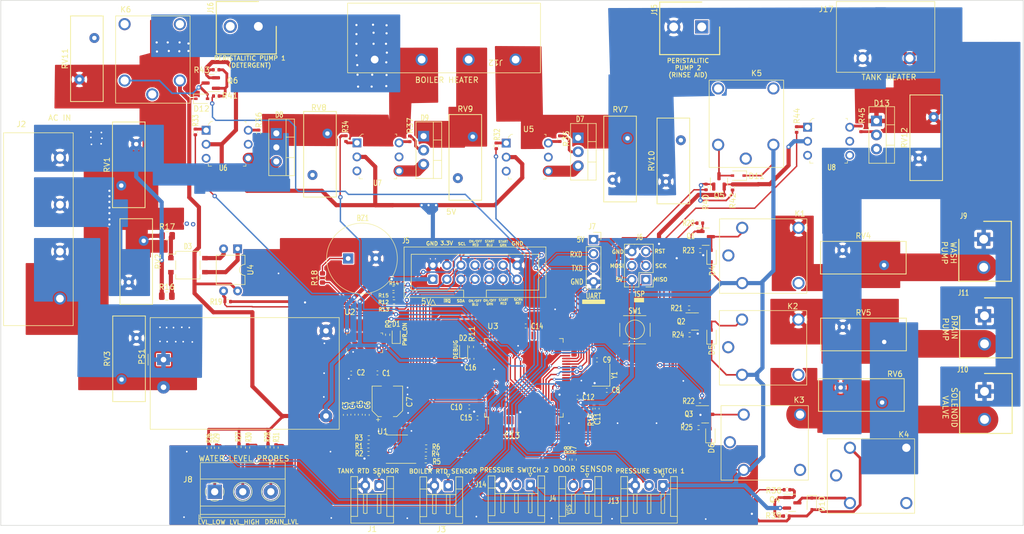
<source format=kicad_pcb>
(kicad_pcb (version 20211014) (generator pcbnew)
  (title_block (date "2022-01-31"))
  (layers (0 "F.Cu" signal) (1 "In1.Cu" signal) (2 "In2.Cu" signal) (31 "B.Cu" signal) (34 "B.Paste" user) (35 "F.Paste" user) (36 "B.SilkS" user "B.Silkscreen") (37 "F.SilkS" user "F.Silkscreen") (38 "B.Mask" user) (39 "F.Mask" user) (44 "Edge.Cuts" user))
  (net 0 "")
  (net 1 "GND")
  (net 2 "/RESET")
  (net 3 "+5V")
  (net 4 "+3V3")
  (net 5 "/mcu_~{IRQ}")
  (net 6 "GND1")
  (net 7 "L1")
  (net 8 "L2")
  (net 9 "L3")
  (net 10 "NEUTRAL")
  (net 11 "Net-(J4-Pad2)")
  (net 12 "/MISO")
  (net 13 "/MOSI")
  (net 14 "/RXD0")
  (net 15 "/TXD0")
  (net 16 "/mcu_SDA")
  (net 17 "/mcu_SCREEN_RST")
  (net 18 "/RGB_ON{slash}OFF_RED")
  (net 19 "/RGB_ON{slash}OFF_BLU")
  (net 20 "/START_RED")
  (net 21 "/mcu_SCL")
  (net 22 "Net-(C8-Pad1)")
  (net 23 "/RGB_ON{slash}OFF_GRN")
  (net 24 "/START_BLU")
  (net 25 "/START_GRN")
  (net 26 "/DOOR_SENSOR")
  (net 27 "/SPEAKER")
  (net 28 "Net-(BZ1-Pad1)")
  (net 29 "/ZERO_CROSS_DETECT")
  (net 30 "/DRAIN_PUMP")
  (net 31 "/WASH_PUMP")
  (net 32 "/single_phase_heater_pwm")
  (net 33 "/L1_3phase_heater_pwm")
  (net 34 "/L2_3phase_heater_pwm")
  (net 35 "/L3_3phase_heater_pwm")
  (net 37 "/AC_ACTUATORS/E2")
  (net 38 "/WATER_LVL_LOW")
  (net 39 "/WATER_LVL_HIGH")
  (net 40 "/WATER_LEVEL_PROBE")
  (net 41 "/peristaltic_pump_1")
  (net 42 "/peristaltic_pump_2")
  (net 43 "/SOLENOID")
  (net 44 "/pressure_sw_1")
  (net 45 "/pressure_sw_2")
  (net 46 "Net-(C9-Pad1)")
  (net 47 "/AC_ACTUATORS/ELEMENT_1")
  (net 48 "/AC_ACTUATORS/ELEMENT_2")
  (net 49 "Net-(D3-Pad3)")
  (net 50 "/AC_ACTUATORS/ELEMENT_3")
  (net 51 "Net-(D4-Pad2)")
  (net 52 "Net-(D5-Pad2)")
  (net 53 "Net-(D6-Pad2)")
  (net 54 "/AC_ACTUATORS/DRAIN_SENSOR_PROBE")
  (net 55 "Net-(J9-Pad2)")
  (net 56 "/AC_ACTUATORS/DRAIN_CONN+")
  (net 57 "Net-(D8-Pad3)")
  (net 58 "/AC_ACTUATORS/E3")
  (net 59 "Net-(D9-Pad3)")
  (net 60 "Net-(D10-Pad1)")
  (net 61 "Net-(D11-Pad2)")
  (net 62 "Net-(Q3-Pad1)")
  (net 63 "Net-(Q4-Pad1)")
  (net 64 "Net-(C10-Pad1)")
  (net 65 "Net-(D12-Pad2)")
  (net 66 "Net-(D7-Pad3)")
  (net 67 "Net-(J1-Pad1)")
  (net 68 "Net-(R35-Pad2)")
  (net 77 "Net-(Q1-Pad1)")
  (net 78 "Net-(D13-Pad1)")
  (net 79 "Net-(J3-Pad1)")
  (net 80 "Net-(D1-Pad2)")
  (net 81 "Net-(D2-Pad2)")
  (net 83 "Net-(D13-Pad3)")
  (net 84 "Net-(J10-Pad2)")
  (net 85 "Net-(Q2-Pad1)")
  (net 86 "Net-(R1-Pad2)")
  (net 88 "Net-(R37-Pad2)")
  (net 89 "Net-(Q5-Pad1)")
  (net 90 "Net-(Q6-Pad1)")
  (net 93 "/SCK")
  (net 94 "Net-(J15-Pad1)")
  (net 95 "Net-(J16-Pad2)")
  (net 96 "Net-(R4-Pad2)")
  (net 97 "Net-(D3-Pad1)")
  (net 98 "Net-(D3-Pad2)")
  (net 99 "Net-(R36-Pad2)")
  (net 100 "Net-(R11-Pad1)")
  (net 101 "Net-(R32-Pad1)")
  (net 102 "Net-(R33-Pad1)")
  (net 103 "Net-(R34-Pad1)")
  (net 104 "Net-(R44-Pad1)")
  (net 105 "Net-(R45-Pad2)")
  (net 106 "/TANK_RTD")
  (net 107 "/BOILER_RTD")
  (net 160 "Net-(J8-Pad3)")
  (footprint "Resistor_SMD:R_0402_1005Metric" (layer "F.Cu") (at 229.45 131.64 90)
    (fp_text reference "R10")
    (fp_text value "10K")
  )
  (footprint "greencharge-footprints:SHDR2W100P0X508_1X2_1070X900X1380P" (layer "F.Cu") (at 300.55 100.965 -90)
    (fp_text reference "J9")
    (fp_text value "WASH PUMP CONNECTOR" hide)
  )
  (footprint "Varistor:RV_Disc_D15.5mm_W5.9mm_P7.5mm" (layer "F.Cu") (at 245.75 83.05 -90)
    (fp_text reference "RV10")
    (fp_text value "CNR-10D511KBTSA")
  )
  (footprint "greencharge-footprints:SRA-05VDC-CL" (layer "F.Cu") (at 256.825 125.5 180)
    (fp_text reference "K2")
    (fp_text value "SRA-05VDC-CL")
  )
  (footprint "Package_TO_SOT_SMD:SOT-23" (layer "F.Cu") (at 250.15 132.65)
    (fp_text reference "Q3")
    (fp_text value "mmbt3904")
  )
  (footprint "Capacitor_SMD:C_0402_1005Metric" (layer "F.Cu") (at 227.05 129.55)
    (fp_text reference "C12")
    (fp_text value "100nF")
  )
  (footprint "Varistor:RV_Disc_D15.5mm_W5.9mm_P7.5mm" (layer "F.Cu") (at 282.55 119.55 180)
    (fp_text reference "RV5")
    (fp_text value "CNR-10D511KBTSA")
  )
  (footprint "Capacitor_SMD:C_0402_1005Metric" (layer "F.Cu") (at 187.75 132.7 90)
    (fp_text reference "C5")
    (fp_text value "100nF")
  )
  (footprint "Connector_PinSocket_2.54mm:PinSocket_1x04_P2.54mm_Vertical" (layer "F.Cu") (at 229.955 101.04)
    (fp_text reference "J7")
    (fp_text value "Conn_01x04_Male")
  )
  (footprint "Resistor_SMD:R_0402_1005Metric" (layer "F.Cu") (at 167.35 138.65 90)
    (fp_text reference "R30")
    (fp_text value "1M")
  )
  (footprint "greencharge-footprints:SHDR2W100P0X508_1X2_1070X900X1380P" (layer "F.Cu") (at 169.3 62.45 180)
    (fp_text reference "J16")
    (fp_text value "peristaltic_pump_2" hide)
  )
  (footprint "Varistor:RV_Disc_D15.5mm_W5.9mm_P7.5mm" (layer "F.Cu") (at 145.85 108.75 90)
    (fp_text reference "RV2")
    (fp_text value "CNR-10D511KBTSA")
  )
  (footprint "digikey-footprints:DIP-6_W7.62mm" (layer "F.Cu") (at 268.69 80.695)
    (fp_text reference "U8")
    (fp_text value "MOC3021")
  )
  (footprint "Resistor_SMD:R_0402_1005Metric" (layer "F.Cu") (at 212.35 84.06 -90)
    (fp_text reference "R32")
    (fp_text value "200R")
  )
  (footprint "Capacitor_SMD:C_0402_1005Metric" (layer "F.Cu") (at 186.4 132.71 90)
    (fp_text reference "C4")
    (fp_text value "100nF")
  )
  (footprint "greencharge-footprints:SRA-05VDC-CL" (layer "F.Cu") (at 155.1 72.25 -90)
    (fp_text reference "K6")
    (fp_text value "SRA-05VDC-CL")
  )
  (footprint "Varistor:RV_Disc_D15.5mm_W5.9mm_P7.5mm" (layer "F.Cu") (at 236.1 82.7 -90)
    (fp_text reference "RV7")
    (fp_text value "VDR-14D181K")
  )
  (footprint "Connector_IDC:IDC-Header_2x07_P2.54mm_Vertical" (layer "F.Cu") (at 200.88 108.2025 90)
    (fp_text reference "J5")
    (fp_text value "Conn_02x07_Odd_Even")
  )
  (footprint "Package_TO_SOT_THT:TO-220-3_Vertical" (layer "F.Cu") (at 281.15 79.56 -90)
    (fp_text reference "D13")
    (fp_text value "Q_TRIAC_A1A2G")
  )
  (footprint "Resistor_SMD:R_0402_1005Metric" (layer "F.Cu") (at 199.62 139.85 180)
    (fp_text reference "R4")
    (fp_text value "10K")
  )
  (footprint "Connector_JST:JST_EH_S2B-EH_1x02_P2.50mm_Horizontal" (layer "F.Cu") (at 203.65 145.5675 180)
    (fp_text reference "J3")
    (fp_text value "RTD_TANK_SENSOR")
  )
  (footprint "Capacitor_SMD:C_0402_1005Metric" (layer "F.Cu") (at 207.95 122.6 -90)
    (fp_text reference "C16")
    (fp_text value "100nF")
  )
  (footprint "Converter_ACDC:Converter_ACDC_HiLink_HLK-PMxx" (layer "F.Cu") (at 152.1375 122.75)
    (fp_text reference "PS1")
    (fp_text value "HLK-PM01")
  )
  (footprint "Resistor_SMD:R_0402_1005Metric" (layer "F.Cu") (at 193.76 111.05)
    (fp_text reference "R15")
    (fp_text value "4.7k")
  )
  (footprint "Resistor_SMD:R_0402_1005Metric" (layer "F.Cu") (at 189.28 136.9)
    (fp_text reference "R3")
    (fp_text value "10K")
  )
  (footprint "greencharge-footprints:SHDR2W100P0X508_1X2_1070X900X1380P" (layer "F.Cu") (at 300.7 128.5 -90)
    (fp_text reference "J10")
    (fp_text value "SOLENOID CONNECTOR" hide)
  )
  (footprint "Resistor_SMD:R_0402_1005Metric" (layer "F.Cu") (at 264.85 151.05)
    (fp_text reference "R39")
    (fp_text value "10K")
  )
  (footprint "Resistor_SMD:R_0402_1005Metric" (layer "F.Cu") (at 185.15 82.75 90)
    (fp_text reference "R34")
    (fp_text value "200R")
  )
  (footprint "Resistor_SMD:R_0402_1005Metric" (layer "F.Cu") (at 207.85 120.45 90)
    (fp_text reference "R11")
    (fp_text value "500R")
  )
  (footprint "Resistor_SMD:R_0402_1005Metric" (layer "F.Cu") (at 171.05 138.6 -90)
    (fp_text reference "R28")
    (fp_text value "1K")
  )
  (footprint "Resistor_SMD:R_0402_1005Metric" (layer "F.Cu") (at 161.65 70.3 180)
    (fp_text reference "R43")
    (fp_text value "10K")
  )
  (footprint "Connector_JST:JST_EH_S2B-EH_1x02_P2.50mm_Horizontal" (layer "F.Cu") (at 228.8 145.5175 180)
    (fp_text reference "J4")
    (fp_text value "MAG_DOOR_SENSOR")
  )
  (footprint "Package_DIP:DIP-4_W7.62mm" (layer "F.Cu") (at 165.55 102.7 -90)
    (fp_text reference "U4")
    (fp_text value "EL817")
  )
  (footprint "Resistor_SMD:R_0402_1005Metric" (layer "F.Cu") (at 250.3 91.51 90)
    (fp_text reference "R40")
    (fp_text value "800R")
  )
  (footprint "Capacitor_SMD:CP_Elec_5x5.4" (layer "F.Cu") (at 192.65 130.3 90)
    (fp_text reference "C7")
    (fp_text value "100u")
  )
  (footprint "greencharge-footprints:SRA-05VDC-CL" (layer "F.Cu") (at 262.5 83.875 -90)
    (fp_text reference "K5")
    (fp_text value "SRA-05VDC-CL")
  )
  (footprint "Varistor:RV_Disc_D15.5mm_W5.9mm_P7.5mm" (layer "F.Cu") (at 282.17 130.5 180)
    (fp_text reference "RV6")
    (fp_text value "CNR-10D511KBTSA")
  )
  (footprint "Resistor_SMD:R_0402_1005Metric" (layer "F.Cu") (at 161.7 75.05)
    (fp_text reference "R41")
    (fp_text value "800R")
  )
  (footprint "Capacitor_SMD:C_0402_1005Metric" (layer "F.Cu") (at 185.05 132.75 90)
    (fp_text reference "C3")
    (fp_text value "100nF")
  )
  (footprint "Resistor_SMD:R_0402_1005Metric" (layer "F.Cu") (at 172.5 138.65 90)
    (fp_text reference "R31")
    (fp_text value "1M")
  )
  (footprint "Varistor:RV_Disc_D15.5mm_W5.9mm_P7.5mm" (layer "F.Cu") (at 139.625 64.55 -90)
    (fp_text reference "RV11")
    (fp_text value "CNR-10D511KBTSA")
  )
  (footprint "Package_TO_SOT_THT:TO-220-3_Vertical" (layer "F.Cu") (at 227.165 82.605 -90)
    (fp_text reference "D7")
    (fp_text value "Q_TRIAC_A1A2G")
  )
  (footprint "Resistor_SMD:R_0402_1005Metric" (layer "F.Cu") (at 249.26 103)
    (fp_text reference "R23")
    (fp_text value "10K")
  )
  (footprint "Package_TO_SOT_SMD:SOT-23" (layer "F.Cu") (at 248.31 115.85)
    (fp_text reference "Q2")
    (fp_text value "mmbt3904")
  )
  (footprint "Resistor_SMD:R_0603_1608Metric" (layer "F.Cu") (at 180.9 107.975 90)
    (fp_text reference "R18")
    (fp_text value "100R")
  )
  (footprint "LED_SMD:LED_0603_1608Metric" (layer "F.Cu") (at 206.45 120.9675 90)
    (fp_text reference "D2")
    (fp_text value "LED_Small")
  )
  (footprint "Varistor:RV_Disc_D15.5mm_W5.9mm_P7.5mm" (layer "F.Cu") (at 181.8 81.84 -90)
    (fp_text reference "RV8")
    (fp_text value "VDR-14D181K")
  )
  (footprint "Package_TO_SOT_SMD:TO-269AA" (layer "F.Cu") (at 156.55 105.65)
    (fp_text reference "D3")
    (fp_text value "MB6S")
  )
  (footprint "Resistor_SMD:R_0402_1005Metric" (layer "F.Cu") (at 247.25 113.4)
    (fp_text reference "R21")
    (fp_text value "800R")
  )
  (footprint "Resistor_SMD:R_0402_1005Metric" (layer "F.Cu") (at 264.95 146.3)
    (fp_text reference "R38")
    (fp_text value "1K")
  )
  (footprint "Capacitor_SMD:C_0402_1005Metric" (layer "F.Cu") (at 232.35 128.3 180)
    (fp_text reference "C8")
    (fp_text value "22pF")
  )
  (footprint "greencharge-footprints:SRA-05VDC-CL" (layer "F.Cu") (at 256.85 108.9 180)
    (fp_text reference "K1")
    (fp_text value "SRA-05VDC-CL")
  )
  (footprint "Capacitor_SMD:C_0402_1005Metric" (layer "F.Cu") (at 217.67 116.65 180)
    (fp_text reference "C14")
    (fp_text value "100nF")
  )
  (footprint "Resistor_SMD:R_0402_1005Metric" (layer "F.Cu") (at 249.21 130.2 180)
    (fp_text reference "R22")
    (fp_text value "800R")
  )
  (footprint "Resistor_SMD:R_0402_1005Metric" (layer "F.Cu") (at 225.25 140.85 -90)
    (fp_text reference "R8")
    (fp_text value "10K")
  )
  (footprint "Package_TO_SOT_SMD:SOT-23" (layer "F.Cu") (at 250.25 100.5)
    (fp_text reference "Q1")
    (fp_text value "mmbt3904")
  )
  (footprint "Resistor_SMD:R_0402_1005Metric" (layer "F.Cu") (at 223.85 82.77 -90)
    (fp_text reference "R35")
    (fp_text value "10K")
  )
  (footprint "Resistor_SMD:R_0402_1005Metric" (layer "F.Cu") (at 199.6 141.05)
    (fp_text reference "R5")
    (fp_text value "1K")
  )
  (footprint "Varistor:RV_Disc_D15.5mm_W5.9mm_P7.5mm" (layer "F.Cu") (at 147.2 83.75 -90)
    (fp_text reference "RV1")
    (fp_text value "CNR-10D511KBTSA")
  )
  (footprint "Capacitor_SMD:C_0402_1005Metric" (layer "F.Cu") (at 230.57 122.8)
    (fp_text reference "C9")
    (fp_text value "22pF")
  )
  (footprint "Connector_JST:JST_EH_S3B-EH_1x03_P2.50mm_Horizontal" (layer "F.Cu") (at 218.5 145.4 180)
    (fp_text reference "J14")
    (fp_text value "Pressure Switch 2")
  )
  (footprint "greencharge-footprints:SRA-05VDC-CL" (layer "F.Cu") (at 276.35 148.7 180)
    (fp_text reference "K4")
    (fp_text value "SRA-05VDC-CL")
  )
  (footprint "Package_TO_SOT_SMD:SOT-23" (layer "F.Cu") (at 160.69 72.7 180)
    (fp_text reference "Q6")
    (fp_text value "mmbt3904")
  )
  (footprint "Resistor_SMD:R_0402_1005Metric" (layer "F.Cu") (at 266.7 81.11 -90)
    (fp_text reference "R44")
    (fp_text value "200R")
  )
  (footprint "Capacitor_SMD:C_0402_1005Metric" (layer "F.Cu") (at 230.6 131.61 -90)
    (fp_text reference "C11")
    (fp_text value "4.7nF")
  )
  (footprint "digikey-footprints:DIP-6_W7.62mm" (layer "F.Cu") (at 159.85 81.24)
    (fp_text reference "U6")
    (fp_text value "MOC3021")
  )
  (footprint "greencharge-footprints:KF8500-2PIN" (layer "F.Cu") (at 287.15 68.2 180)
    (fp_text reference "J17")
    (fp_text value "TANK HEATER")
  )
  (footprint "Resistor_SMD:R_0402_1005Metric" (layer "F.Cu") (at 255.1 91.55 90)
    (fp_text reference "R42")
    (fp_text value "10K")
  )
  (footprint "Package_TO_SOT_THT:TO-220-3_Vertical" (layer "F.Cu") (at 172.555 81.8 -90)
    (fp_text reference "D8")
    (fp_text value "Q_TRIAC_A1A2G")
  )
  (footprint "Resistor_SMD:R_0402_1005Metric" (layer "F.Cu") (at 163.75 112.25 180)
    (fp_text reference "R19")
    (fp_text value "1K")
  )
  (footprint "Resistor_SMD:R_0402_1005Metric" (layer "F.Cu") (at 199.67 138.55 180)
    (fp_text reference "R6")
    (fp_text value "10K")
  )
  (footprint "Resistor_SMD:R_0402_1005Metric" (layer "F.Cu") (at 247.34 118.25)
    (fp_text reference "R24")
    (fp_text value "10K")
  )
  (footprint "Capacitor_SMD:C_0402_1005Metric" (layer "F.Cu") (at 190.85 125.15 180)
    (fp_text reference "C1")
    (fp_text value "10uF")
  )
  (footprint "Package_SO:SO-8_3.9x4.9mm_P1.27mm" (layer "F.Cu") (at 194.37 138.95 180)
    (fp_text reference "U1")
    (fp_text value "LM358")
  )
  (footprint "MountingHole:MountingHole_4.3mm_M4" (layer "F.Cu") (at 302.7 62.75)
    (fp_text reference "H3" hide)
    (fp_text value "MountingHole")
  )
  (footprint "Varistor:RV_Disc_D15.5mm_W5.9mm_P7.5mm" (layer "F.Cu") (at 291.5 78.85 -90)
    (fp_text reference "RV12")
    (fp_text value "CNR-10D511KBTSA")
  )
  (footprint "Connector_PinHeader_2.54mm:PinHeader_2x03_P2.54mm_Vertical" (layer "F.Cu") (at 239.425 108.275 180)
    (fp_text reference "J6")
    (fp_text value "Conn_02x03_Odd_Even")
  )
  (footprint "Resistor_SMD:R_0402_1005Metric" (layer "F.Cu") (at 193.85 112.3)
    (fp_text reference "R12")
    (fp_text value "4.7k")
  )
  (footprint "Resistor_SMD:R_0402_1005Metric" (layer "F.Cu") (at 248.96 135.05)
    (fp_text reference "R25")
    (fp_text value "10K")
  )
  (footprint "Package_TO_SOT_SMD:SOT-23" (layer "F.Cu") (at 252.65 90.5 90)
    (fp_text reference "Q5")
    (fp_text value "mmbt3904")
  )
  (footprint "Resistor_SMD:R_0805_2012Metric" (layer "F.Cu") (at 152.7875 100.35)
    (fp_text reference "R17")
    (fp_text value "47K")
  )
  (footprint "digikey-footprints:DIP-6_W7.62mm" (layer "F.Cu") (at 187.14 83.525)
    (fp_text reference "U7")
    (fp_text value "MOC3021")
  )
  (footprint "greencharge-footprints:K2-1187SQ-D4SW-06" (layer "F.Cu") (at 237.4 117.1 180)
    (fp_text reference "SW1")
    (fp_text value "SW_Push")
  )
  (footprint "greencharge-footprints:SRA-05VDC-CL" (layer "F.Cu") (at 257.125 142.7 180)
    (fp_text reference "K3")
    (fp_text value "SRA-05VDC-CL")
  )
  (footprint "MountingHole:MountingHole_4.3mm_M4" (layer "F.Cu") (at 127.7 147.75)
    (fp_text reference "H4" hide)
    (fp_text value "MountingHole")
  )
  (footprint "Capacitor_SMD:C_0402_1005Metric" (layer "F.Cu") (at 208.95 133.3 180)
    (fp_text reference "C15")
    (fp_text value "100nF")
  )
  (footprint "Capacitor_SMD:C_0402_1005Metric" (layer "F.Cu") (at 186.1 125.2 180)
    (fp_text reference "C2")
    (fp_text value "1uF")
  )
  (footprint "Resistor_SMD:R_0402_1005Metric" (layer "F.Cu") (at 193.83 113.6)
    (fp_text reference "R13")
    (fp_text value "4.7k")
  )
  (footprint "greencharge-footprints:SHDR2W100P0X508_1X2_1070X900X1380P" (layer "F.Cu") (at 300.7 114.815 -90)
    (fp_text reference "J11")
    (fp_text value "DRAIN PUMP CONNECTOR" hide)
  )
  (footprint "Resistor_SMD:R_0402_1005Metric" (layer "F.Cu") (at 189.21 138.35)
    (fp_text reference "R1")
    (fp_text value "10K")
  )
  (footprint "MountingHole:MountingHole_4.3mm_M4" (layer "F.Cu") (at 302.7 147.75)
    (fp_text reference "H2" hide)
    (fp_text value "MountingHole")
  )
  (footprint "Diode_SMD:D_SOD-323" (layer "F.Cu") (at 269.45 148.85 -90)
    (fp_text reference "D10")
    (fp_text value "B5819WS")
  )
  (footprint "MountingHole:MountingHole_4.3mm_M4" (layer "F.Cu") (at 127.7 62.75)
    (fp_text reference "H1" hide)
    (fp_text value "MountingHole")
  )
  (footprint "Resistor_SMD:R_0805_2012Metric" (layer "F.Cu") (at 152.7375 111.25)
    (fp_text reference "R16")
    (fp_text value "47K")
  )
  (footprint "Connector_JST:JST_EH_S2B-EH_1x02_P2.50mm_Horizontal" (layer "F.Cu") (at 191.15 145.5175 180)
    (fp_text reference "J1")
    (fp_text value "RTD_BOILER_SENSOR")
  )
  (footprint "Resistor_SMD:R_0402_1005Metric" (layer "F.Cu") (at 278.35 80.99 90)
    (fp_text reference "R45")
    (fp_text value "10K")
  )
  (footprint "greencharge-footprints:KF8500-4PIN" (layer "F.Cu") (at 212.25 68.5 180)
    (fp_text reference "J12")
    (fp_text value "BOILER HEATER CONNECTOR")
  )
  (footprint "Package_QFP:TQFP-100_14x14mm_P0.5mm" (layer "F.Cu") (at 217.35 126.05 90)
    (fp_text reference "U3")
    (fp_text value "ATmega2560-16AU")
  )
  (footprint "Diode_SMD:D_SOD-323" (layer "F.Cu") (at 251.3 118.45 90)
    (fp_text reference "D5")
    (fp_text value "B5819WS")
  )
  (footprint "Resistor_SMD:R_0402_1005Metric" (layer "F.Cu") (at 165.8 138.55 -90)
    (fp_text reference "R27")
    (fp_text value "1K")
  )
  (footprint "Resistor_SMD:R_0402_1005Metric" (layer "F.Cu") (at 189.23 139.75 180)
    (fp_text reference "R2")
    (fp_text value "1K")
  )
  (footprint "Connector_JST:JST_EH_S3B-EH_1x03_P2.50mm_Horizontal" (layer "F.Cu") (at 242.5 145.5175 180)
    (fp_text reference "J13")
    (fp_text value "Pressure Switch 1")
  )
  (footprint "Diode_SMD:D_SOD-323" (layer "F.Cu") (at 256.15 89.45 180)
    (fp_text reference "D11")
    (fp_text value "B5819WS")
  )
  (footprint "Resistor_SMD:R_0402_1005Metric" (layer "F.Cu") (at 192.7 118.25 90)
    (fp_text reference "R9")
    (fp_text value "500R")
  )
  (footprint "Capacitor_SMD:C_0402_1005Metric" (layer "F.Cu") (at 207.47 131.3 180)
    (fp_text reference "C10")
    (fp_text value "100nF")
  )
  (footprint "LED_SMD:LED_0603_1608Metric" (layer "F.Cu") (at 194.25 118.3375 90)
    (fp_text reference "D1")
    (fp_text value "LED_Small")
  )
  (footprint "Varistor:RV_Disc_D15.5mm_W5.9mm_P7.5mm" (layer "F.Cu") (at 282.52 105.65 180)
    (fp_text reference "RV4")
    (fp_text value "CNR-10D511KBTSA")
  )
  (footprint "Resistor_SMD:R_0402_1005Metric" (layer "F.Cu") (at 249.19 98.05)
    (fp_text reference "R20")
    (fp_text value "800R")
  )
  (footprint "Resistor_SMD:R_0402_1005Metric" (layer "F.Cu") (at 160.4 138.7 -90)
    (fp_text reference "R26")
    (fp_text value "1K")
  )
  (footprint "digikey-footprints:SOT-223" (layer "F.Cu") (at 188.53 119.7)
    (fp_text reference "U2")
    (fp_text value "AMS1117-3.3")
  )
  (footprint "digikey-footprints:Piezo_Transducer_THT_PS1240P02BT" (layer "F.Cu") (at 185.55 104.45 90)
    (fp_text reference "BZ1")
    (fp_text value "PS1240P02BT")
  )
  (footprint "Resistor_SMD:R_0402_1005Metric" (layer "F.Cu") (at 193.75 109.85)
    (fp_text reference "R14")
    (fp_text value "4.7k")
  )
  (footprint "Varistor:RV_Disc_D15.5mm_W5.9mm_P7.5mm" (layer "F.Cu") (at 147.25 118.85 -90)
    (fp_text reference "RV3")
    (fp_text value "CNR-10D511KBTSA")
  )
  (footprint "Resistor_SMD:R_0402_1005Metric" (layer "F.Cu") (at 157.9 81.55 -90)
    (fp_text reference "R33")
    (fp_text value "200R")
  )
  (footprint "greencharge-footprints:KF8500-4PIN" (layer "F.Cu") (at 133.45 89.8 -90)
    (fp_text reference "J2")
    (fp_text value "AC_PWR_IN")
  )
  (footprint "Capacitor_SMD:C_0402_1005Metric" (layer "F.Cu") (at 215.2 135.3 180)
    (fp_text reference "C13")
    (fp_text value "100nF")
  )
  (footprint "Crystal:Crystal_SMD_SeikoEpson_FA238-4Pin_3.2x2.5mm" (layer "F.Cu") (at 231.3 125.55 90)
    (fp_text reference "Y1")
    (fp_text value "16MHz")
  )
  (footprint "Varistor:RV_Disc_D15.5mm_W5.9mm_P7.5mm" (layer "F.Cu") (at 208.1 82.41 -90)
    (fp_text reference "RV9")
    (fp_text value "VDR-14D181K")
  )
  (footprint "Diode_SMD:D_SOD-323" (layer "F.Cu") (at 251.1 136.3 90)
    (fp_text reference "D6")
    (fp_text value "B5819WS")
  )
  (footprint "digikey-footprints:DIP-6_W7.62mm" (layer "F.Cu") (at 214.15 83.57)
    (fp_text reference "U5")
    (fp_text value "MOC3021")
  )
  (footprint "Resistor_SMD:R_0402_1005Metric" (layer "F.Cu") (at 196.7 82.8 -90)
    (fp_text reference "R37")
    (fp_text value "10K")
  )
  (footprint "Diode_SMD:D_SOD-323" (layer "F.Cu") (at 159.05 75.55)
    (fp_text reference "D12")
    (fp_text value "B5819WS")
  )
  (footprint "Resistor_SMD:R_0402_1005Metric" (layer "F.Cu") (at 169.35 81.73 90)
    (fp_text reference "R36")
    (fp_text value "10K")
  )
  (footprint "Resistor_SMD:R_0402_1005Metric" (layer "F.Cu") (at 226.45 140.85 -90)
    (fp_text reference "R7")
    (fp_text value "200R")
  )
  (footprint "Diode_SMD:D_SOD-323" (layer "F.Cu") (at 251.3 104 90)
    (fp_text reference "D4")
    (fp_text value "B5819WS")
  )
  (footprint "Package_TO_SOT_THT:TO-220-3_Vertical" (layer "F.Cu") (at 199.2 82.31 -90)
    (fp_text reference "D9")
    (fp_text value "Q_TRIAC_A1A2G")
  )
  (footprint "Resistor_SMD:R_0402_1005Metric" (layer "F.Cu") (at 161.75 138.7 90)
    (fp_text reference "R29")
    (fp_text value "1M")
  )
  (footprint "greencharge-footprints:SHDR2W100P0X508_1X2_1070X900X1380P" (layer "F.Cu") (at 249.535 62.55 180)
    (fp_text reference "J15")
    (fp_text value "peristaltic_pump_1" hide)
  )
  (footprint "Package_TO_SOT_SMD:SOT-23" (layer "F.Cu") (at 265.8975 148.66)
    (fp_text reference "Q4")
    (fp_text value "AP2301")
  )
  (footprint "Capacitor_SMD:C_0402_1005Metric" (layer "F.Cu") (at 189 132.75 90)
    (fp_text reference "C6")
    (fp_text value "100nF")
  )
  (footprint "TerminalBlock_Phoenix:TerminalBlock_Phoenix_MKDS-1,5-3-5.08_1x03_P5.08mm_Horizontal" (layer "F.Cu") (at 161.4 146.65)
    (fp_text reference "J8")
    (fp_text value "Conn_01x03_Male")
  )
  (gr_poly (pts (xy 239.015 112.305) (xy 237.365 112.305) (xy 237.365 111.645) (xy 239.015 111.645)) (layer "F.SilkS") (width 0.15) (fill solid))
  (gr_poly (pts (xy 231.96 112.61) (xy 227.96 112.61) (xy 227.96 111.95) (xy 231.96 111.95)) (layer "F.SilkS") (width 0.15) (fill solid))
  (gr_line (start 307.7 57.75) (end 307.7 152.75) (layer "Edge.Cuts") (width 0.1))
  (gr_line (start 307.7 152.75) (end 122.7 152.75) (layer "Edge.Cuts") (width 0.1))
  (gr_line (start 122.7 57.75) (end 307.7 57.75) (layer "Edge.Cuts") (width 0.1))
  (gr_line (start 122.7 152.75) (end 122.7 57.75) (layer "Edge.Cuts") (width 0.1))
  (gr_text "AC IN" (at 133.35 79) (layer "F.SilkS") (effects (font (size 1 1))))
  (gr_text "MOSI" (at 234.2 105.8) (layer "F.SilkS") (effects (font (size 0.7 0.7))))
  (gr_text "LVL_HIGH" (at 166.8 152.15) (layer "F.SilkS") (effects (font (size 0.8 0.8))))
  (gr_text "5V" (at 227.605 101.02) (layer "F.SilkS") (effects (font (size 1 0.75))))
  (gr_text "WASH\nPUMP" (at 294.275 103.425 270) (layer "F.SilkS") (effects (font (size 1 1))))
  (gr_text "DRAIN_LVL" (at 173.5 152.1) (layer "F.SilkS") (effects (font (size 0.8 0.8))))
  (gr_text "SDA" (at 225.435 149.89 270) (layer "F.SilkS") (effects (font (size 0.7 0.7) (thickness 0.1))))
  (gr_text "5V" (at 204.195 96) (layer "F.SilkS") (effects (font (size 1 1))))
  (gr_text "START\nGRN" (at 213.6 101.725) (layer "F.SilkS") (effects (font (size 0.4 0.4) (thickness 0.1))))
  (gr_text "SCL" (at 206.125 101.8) (layer "F.SilkS") (effects (font (size 0.5 0.5) (thickness 0.125))))
  (gr_text "~{IRQ}" (at 203.45 112.175) (layer "F.SilkS") (effects (font (size 0.5 0.5) (thickness 0.125))))
  (gr_text "GND" (at 226.955 108.67) (layer "F.SilkS") (effects (font (size 1 0.75))))
  (gr_text "PERISTALITIC PUMP 1\n(DETERGENT)" (at 167.75 68.85) (layer "F.SilkS") (effects (font (size 0.8 0.8))))
  (gr_text "BOILER HEATER" (at 203.4 72.15) (layer "F.SilkS") (effects (font (size 1 1))))
  (gr_text "PRESSURE SWITCH 2\n" (at 215.6 142.725) (layer "F.SilkS") (effects (font (size 0.8 0.8))))
  (gr_text "GND" (at 234.35 103.25) (layer "F.SilkS") (effects (font (size 0.7 0.7))))
  (gr_text "RXD" (at 226.805 103.72) (layer "F.SilkS") (effects (font (size 1 0.75))))
  (gr_text "PRESSURE SWITCH 1" (at 240.2 142.9) (layer "F.SilkS") (effects (font (size 0.8 0.8))))
  (gr_text "ON/OFF\nGRN" (at 211.175 112.375) (layer "F.SilkS") (effects (font (size 0.4 0.4) (thickness 0.1))))
  (gr_text "5V" (at 234.6 108.3) (layer "F.SilkS") (effects (font (size 0.7 0.7))))
  (gr_text "SDA" (at 205.925 112.125) (layer "F.SilkS") (effects (font (size 0.5 0.5) (thickness 0.125))))
  (gr_text "SOLENOID\nVALVE" (at 294.425 131.4 270) (layer "F.SilkS") (effects (font (size 1 1))))
  (gr_text "UART" (at 229.94 111.24) (layer "F.SilkS") (effects (font (size 1 0.75))))
  (gr_text "GND" (at 200.725 101.75) (layer "F.SilkS") (effects (font (size 0.7 0.7))))
  (gr_text "SCRN\nRST" (at 216.35 112.225) (layer "F.SilkS") (effects (font (size 0.4 0.4) (thickness 0.1))))
  (gr_text "DEBUG" (at 205 120.95 90) (layer "F.SilkS") (effects (font (size 0.7 0.7))))
  (gr_text "TANK RTD SENSOR" (at 189.2 142.9) (layer "F.SilkS") (effects (font (size 0.8 0.8))))
  (gr_text "ON/OFF\nRED" (at 208.6 101.675) (layer "F.SilkS") (effects (font (size 0.4 0.4) (thickness 0.1))))
  (gr_text "ISP" (at 238.3 110.9) (layer "F.SilkS") (effects (font (size 1 0.75))))
  (gr_text "LVL_LOW" (at 160.85 152.15) (layer "F.SilkS") (effects (font (size 0.75 0.8))))
  (gr_text "BOILER RTD SENSOR" (at 202.75 142.95) (layer "F.SilkS") (effects (font (size 0.8 0.8))))
  (gr_text "PWR_ON" (at 195.8 118.15 90) (layer "F.SilkS") (effects (font (size 0.7 0.7))))
  (gr_text "TXD" (at 227.005 106.22) (layer "F.SilkS") (effects (font (size 1 0.75))))
  (gr_text "RST" (at 241.95 103.15) (layer "F.SilkS") (effects (font (size 0.7 0.7))))
  (gr_text "3.3V" (at 203.375 101.675) (layer "F.SilkS") (effects (font (size 0.7 0.7))))
  (gr_text "ON/OFF\nBLU" (at 208.53 112.45) (layer "F.SilkS") (effects (font (size 0.4 0.4) (thickness 0.1))))
  (gr_text "WATER LEVEL PROBES" (at 166.7 140.65) (layer "F.SilkS") (effects (font (size 1 1))))
  (gr_text "START\nRED" (at 213.65 112.275) (layer "F.SilkS") (effects (font (size 0.4 0.4) (thickness 0.1))))
  (gr_text "GND" (at 216.175 101.75) (layer "F.SilkS") (effects (font (size 0.7 0.7))))
  (gr_text "PERISTALITIC\nPUMP 2\n(RINSE AID)" (at 247.05 69.95) (layer "F.SilkS") (effects (font (size 0.8 0.8))))
  (gr_text "TANK HEATER" (at 283.4 71.65) (layer "F.SilkS") (effects (font (size 1 1))))
  (gr_text "DOOR SENSOR" (at 228 142.55) (layer "F.SilkS") (effects (font (size 1 1))))
  (gr_text "MISO" (at 242.05 108.25) (layer "F.SilkS") (effects (font (size 0.7 0.7))))
  (gr_text "START\nBLU" (at 211.15 101.675) (layer "F.SilkS") (effects (font (size 0.4 0.4) (thickness 0.1))))
  (gr_text "DRAIN \nPUMP" (at 294.45 117.275 270) (layer "F.SilkS") (effects (font (size 1 1))))
  (gr_text "SCK" (at 242.15 105.8) (layer "F.SilkS") (effects (font (size 0.7 0.7))))
  (gr_text "5V" (at 199.65 112.25) (layer "F.SilkS") (effects (font (size 1 1))))
  (segment (start 271.299511 150.249511) (end 276.99183 150.249511) (width 0.5) (layer "F.Cu") (net 1))
  (segment (start 278.2 140.55) (end 276.35 138.7) (width 0.5) (layer "F.Cu") (net 1))
  (segment (start 255.1 91.04) (end 253.9975 91.04) (width 0.3048) (layer "F.Cu") (net 1))
  (segment (start 206.45 121.755) (end 206.195 121.755) (width 0.5) (layer "F.Cu") (net 1))
  (segment (start 188.72 140.43) (end 188.5 140.65) (width 0.5) (layer "F.Cu") (net 1))
  (segment (start 208.7 131.55) (end 208.55 131.7) (width 0.254) (layer "F.Cu") (net 1))
  (segment (start 249.2125 133.6) (end 249.2125 133.7125) (width 0.3048) (layer "F.Cu") (net 1))
  (segment (start 216.35 133.7125) (end 216.35 134.7) (width 0.254) (layer "F.Cu") (net 1))
  (segment (start 269.45 149.9) (end 270.95 149.9) (width 0.5) (layer "F.Cu") (net 1))
  (segment (start 206.195 121.755) (end 205.8 122.15) (width 0.5) (layer "F.Cu") (net 1))
  (segment (start 159.95 71.3) (end 160.4 71.75) (width 0.5) (layer "F.Cu") (net 1))
  (segment (start 269.45 150.15) (end 269.45 149.9) (width 0.5) (layer "F.Cu") (net 1))
  (segment (start 164.26 112.25) (end 177.6 112.25) (width 0.5) (layer "F.Cu") (net 1))
  (segment (start 188.72 139.75) (end 188.72 140.43) (width 0.5) (layer "F.Cu") (net 1))
  (segment (start 208.25 132.263222) (end 208.3515 132.161722) (width 0.5) (layer "F.Cu") (net 1))
  (segment (start 180.8 92.2) (end 183.4 94.8) (width 0.75) (layer "F.Cu") (net 1))
  (segment (start 248.6 118.25) (end 248.8 118.05) (width 0.3048) (layer "F.Cu") (net 1))
  (segment (start 249.3125 101.4625) (end 249.77 101.92) (width 0.3048) (layer "F.Cu") (net 1))
  (segment (start 159.95 70.9) (end 159.95 71.3) (width 0.5) (layer "F.Cu") (net 1))
  (segment (start 185.62 123.46) (end 186.23 122.85) (width 0.5) (layer "F.Cu") (net 1))
  (segment (start 264.9 151.95) (end 259.9 151.95) (width 0.5) (layer "F.Cu") (net 1))
  (segment (start 270.95 149.9) (end 271.299511 150.249511) (width 0.5) (layer "F.Cu") (net 1))
  (segment (start 208.47 133.3) (end 208.47 133.12) (width 0.5) (layer "F.Cu") (net 1))
  (segment (start 159.95 70.9) (end 159.95 69.9) (width 0.75) (layer "F.Cu") (net 1))
  (segment (start 253.9975 91.04) (end 253.6 91.4375) (width 0.3048) (layer "F.Cu") (net 1))
  (segment (start 165.25 81.2) (end 162.67 83.78) (width 0.75) (layer "F.Cu") (net 1))
  (segment (start 249.77 103.82) (end 249.8 103.85) (width 0.3048) (layer "F.Cu") (net 1))
  (segment (start 261.85 91) (end 265.25 87.6) (width 0.75) (layer "F.Cu") (net 1))
  (segment (start 190.45 94.75) (end 190.5 94.8) (width 0.75) (layer "F.Cu") (net 1))
  (segment (start 265.36 151.05) (end 268.55 151.05) (width 0.5) (layer "F.Cu") (net 1))
  (segment (start 198.85 94.8) (end 201.45 94.8) (width 0.75) (layer "F.Cu") (net 1))
  (segment (start 265.36 151.05) (end 265.36 151.49) (width 0.5) (layer "F.Cu") (net 1))
  (segment (start 165.25 70.5) (end 165.25 81.2) (width 0.75) (layer "F.Cu") (net 1))
  (segment (start 193.6 94.8) (end 198.85 94.8) (width 0.75) (layer "F.Cu") (net 1))
  (segment (start 208.47 133.12) (end 208.25 132.9) (width 0.5) (layer "F.Cu") (net 1))
  (segment (start 227.53 129.55) (end 227.53 129.52) (width 0.5) (layer "F.Cu") (net 1))
  (segment (start 255.1 91.04) (end 259.73802 91.04) (width 0.75) (layer "F.Cu") (net 1))
  (segment (start 188.665 86.065) (end 190.45 87.85) (width 0.75) (layer "F.Cu") (net 1))
  (segment (start 185.62 125.2) (end 185.62 123.46) (width 0.5) (layer "F.Cu") (net 1))
  (segment (start 163.65 68.9) (end 165.25 70.5) (width 0.75) (layer "F.Cu") (net 1))
  (segment (start 160.4 71.75) (end 161.6275 71.75) (width 0.5) (layer "F.Cu") (net 1))
  (segment (start 249.5 135.02) (end 249.47 135.05) (width 0.3048) (layer "F.Cu") (net 1))
  (segment (start 215.81 86.11) (end 214.15 86.11) (width 0.75) (layer "F.Cu") (net 1))
  (segment (start 253.6 91.4375) (end 253.6 92.95) (width 0.3048) (layer "F.Cu") (net 1))
  (segment (start 162.67 83.78) (end 162.67 87.62) (width 0.75) (layer "F.Cu") (net 1))
  (segment (start 205.8 123.404105) (end 206.145395 123.7495) (width 0.5) (layer "F.Cu") (net 1))
  (segment (start 223.837738 129.05) (end 223.792709 129.095029) (width 0.254) (layer "F.Cu") (net 1))
  (segment (start 209.6875 131.55) (end 208.7 131.55) (width 0.254) (layer "F.Cu") (net 1))
  (segment (start 227.53 129.52) (end 228.25 128.8) (width 0.5) (layer "F.Cu") (net 1))
  (segment (start 208.55 131.7) (end 208.3515 131.8985) (width 0.254) (layer "F.Cu") (net 1))
  (segment (start 249.2125 133.7125) (end 249.5 134) (width 0.3048) (layer "F.Cu") (net 1))
  (segment (start 216.35 132.6) (end 216.7 132.25) (width 0.254) (layer "F.Cu") (net 1))
  (segment (start 276.99183 150.249511) (end 278.2 149.041341) (width 0.5) (layer "F.Cu") (net 1))
  (segment (start 249.2125 133.6) (end 249.2125 132.8375) (width 0.3048) (layer "F.Cu") (net 1))
  (segment (start 208.3515 131.8985) (end 208.3515 132.161722) (width 0.254) (layer "F.Cu") (net 1))
  (segment (start 160.55 70.3) (end 159.95 70.9) (width 0.5) (layer "F.Cu") (net 1))
  (segment (start 161.14 70.3) (end 160.55 70.3) (width 0.5) (layer "F.Cu") (net 1))
  (segment (start 249.77 103) (end 249.77 103.82) (width 0.3048) (layer "F.Cu") (net 1))
  (segment (start 249.2125 132.8375) (end 249.3 132.75) (width 0.3048) (layer "F.Cu") (net 1))
  (segment (start 249.5 134) (end 249.5 135.02) (width 0.3048) (layer "F.Cu") (net 1))
  (segment (start 216.35 133.7125) (end 216.35 132.6) (width 0.254) (layer "F.Cu") (net 1))
  (segment (start 249.3125 101.45) (end 249.3125 101.4625) (width 0.3048) (layer "F.Cu") (net 1))
  (segment (start 265.25 87.6) (end 265.25 84.25) (width 0.75) (layer "F.Cu") (net 1))
  (segment (start 248.8 117.2) (end 248.4 116.8) (width 0.3048) (layer "F.Cu") (net 1))
  (segment (start 212.1 94.8) (end 217.05 89.85) (width 0.75) (layer "F.Cu") (net 1))
  (segment (start 177.6 112.25) (end 177.75 112.4) (width 0.5) (layer "F.Cu") (net 1))
  (segment (start 248.8 118.05) (end 248.8 117.2) (width 0.3048) (layer "F.Cu") (net 1))
  (segment (start 268.55 151.05) (end 269.45 150.15) (width 0.5) (layer "F.Cu") (net 1))
  (segment (start 217.05 87.35) (end 215.81 86.11) (width 0.75) (layer "F.Cu") (net 1))
  (segment (start 265.36 151.49) (end 264.9 151.95) (width 0.5) (layer "F.Cu") (net 1))
  (segment (start 249.77 101.92) (end 249.77 103) (width 0.3048) (layer "F.Cu") (net 1))
  (segment (start 205.8 122.15) (end 205.8 123.404105) (width 0.5) (layer "F.Cu") (net 1))
  (segment (start 187.14 86.065) (end 188.665 86.065) (width 0.75) (layer "F.Cu") (net 1))
  (segment (start 259.77802 91) (end 261.85 91) (width 0.75) (layer "F.Cu") (net 1))
  (segment (start 160.95 68.9) (end 163.65 68.9) (width 0.75) (layer "F.Cu") (net 1))
  (segment (start 241.8 100.071832) (end 241.8 101.8) (width 0.75) (layer "F.Cu") (net 1))
  (segment (start 248.4 116.8) (end 247.3725 116.8) (width 0.3048) (layer "F.Cu") (net 1))
  (segment (start 208.25 132.9) (end 208.25 132.263222) (width 0.5) (layer "F.Cu") (net 1))
  (segment (start 190.45 87.85) (end 190.45 94.75) (width 0.75) (layer "F.Cu") (net 1))
  (segment (start 247.85 118.25) (end 248.6 118.25) (width 0.3048) (layer "F.Cu") (net 1))
  (segment (start 253.6 92.95) (end 248.921832 92.95) (width 0.75) (layer "F.Cu") (net 1))
  (segment (start 249.25 104.4) (end 245 104.4) (width 0.75) (layer "F.Cu") (net 1))
  (segment (start 201.45 94.8) (end 212.1 94.8) (width 0.75) (layer "F.Cu") (net 1))
  (segment (start 167.25 92.2) (end 180.8 92.2) (width 0.75) (layer "F.Cu") (net 1))
  (segment (start 162.67 83.78) (end 159.85 83.78) (width 0.75) (layer "F.Cu") (net 1))
  (segment (start 159.95 69.9) (end 160.95 68.9) (width 0.75) (layer "F.Cu") (net 1))
  (segment (start 259.73802 91.04) (end 259.77802 91) (width 0.75) (layer "F.Cu") (net 1))
  (segment (start 278.2 149.041341) (end 278.2 140.55) (width 0.5) (layer "F.Cu") (net 1))
  (segment (start 248.921832 92.95) (end 241.8 100.071832) (width 0.75) (layer "F.Cu") (net 1))
  (segment (start 249.8 103.85) (end 249.25 104.4) (width 0.75) (layer "F.Cu") (net 1))
  (segment (start 225.0125 129.05) (end 223.837738 129.05) (width 0.254) (layer "F.Cu") (net 1))
  (segment (start 162.67 87.62) (end 167.25 92.2) (width 0.75) (layer "F.Cu") (net 1))
  (segment (start 259.9 151.95) (end 258.6 150.65) (width 0.5) (layer "F.Cu") (net 1))
  (segment (start 217.05 89.85) (end 217.05 87.35) (width 0.75) (layer "F.Cu") (net 1))
  (segment (start 190.5 94.8) (end 193.6 94.8) (width 0.75) (layer "F.Cu") (net 1))
  (segment (start 183.4 94.8) (end 193.6 94.8) (width 0.75) (layer "F.Cu") (net 1))
  (via (at 228.25 128.8) (size 0.8) (drill 0.4) (layers "F.Cu" "B.Cu") (net 1))
  (via (at 191.05 135.7) (size 0.5) (drill 0.3) (layers "F.Cu" "B.Cu") (net 1))
  (via (at 197 135.65) (size 0.5) (drill 0.3) (layers "F.Cu" "B.Cu") (net 1))
  (via (at 265.25 84.25) (size 0.8) (drill 0.4) (layers "F.Cu" "B.Cu") (net 1))
  (via (at 155.85 151.25) (size 0.5) (drill 0.3) (layers "F.Cu" "B.Cu") (net 1))
  (via (at 227.75 126.55) (size 0.5) (drill 0.3) (layers "F.Cu" "B.Cu") (net 1))
  (via (at 177.75 112.4) (size 0.8) (drill 0.4) (layers "F.Cu" "B.Cu") (net 1))
  (via (at 182.5 151.4) (size 0.5) (drill 0.3) (layers "F.Cu" "B.Cu") (net 1))
  (via (at 225.5 134.25) (size 0.5) (drill 0.3) (layers "F.Cu" "B.Cu") (net 1))
  (via (at 248.8 118.05) (size 0.8) (drill 0.4) (layers "F.Cu" "B.Cu") (net 1))
  (via (at 249.3 132.75) (size 0.8) (drill 0.4) (layers "F.Cu" "B.Cu") (net 1))
  (via (at 208.75 151.15) (size 0.5) (drill 0.3) (layers "F.Cu" "B.Cu") (net 1))
  (via (at 246.2 126.6) (size 0.5) (drill 0.3) (layers "F.Cu" "B.Cu") (net 1))
  (via (at 196.3 127.8) (size 0.5) (drill 0.3) (layers "F.Cu" "B.Cu") (net 1))
  (via (at 216.3 120.25) (size 0.5) (drill 0.3) (layers "F.Cu" "B.Cu") (net 1))
  (via (at 187.65 131.1) (size 0.5) (drill 0.3) (layers "F.Cu" "B.Cu") (net 1))
  (via (at 185.05 131.25) (size 0.5) (drill 0.3) (layers "F.Cu" "B.Cu") (net 1))
  (via (at 249.8 103.85) (size 0.8) (drill 0.4) (layers "F.Cu" "B.Cu") (net 1))
  (via (at 181.15 129.5) (size 0.5) (drill 0.3) (layers "F.Cu" "B.Cu") (net 1))
  (via (at 186.3 131.2) (size 0.5) (drill 0.3) (layers "F.Cu" "B.Cu") (net 1))
  (via (at 222.35 151.45) (size 0.5) (drill 0.3) (layers "F.Cu" "B.Cu") (net 1))
  (via (at 196.4 132.4) (size 0.5) (drill 0.3) (layers "F.Cu" "B.Cu") (net 1))
  (via (at 201.45 94.8) (size 0.8) (drill 0.4) (layers "F.Cu" "B.Cu") (net 1))
  (via (at 216.7 132.25) (size 0.8) (drill 0.4) (layers "F.Cu" "B.Cu") (net 1))
  (via (at 206.145395 123.7495) (size 0.8) (drill 0.4) (layers "F.Cu" "B.Cu") (net 1))
  (via (at 234.3 134.25) (size 0.5) (drill 0.3) (layers "F.Cu" "B.Cu") (net 1))
  (via (at 188.5 140.65) (size 0.8) (drill 0.4) (layers "F.Cu" "B.Cu") (net 1))
  (via (at 241.35 134.25) (size 0.5) (drill 0.3) (layers "F.Cu" "B.Cu") (net 1))
  (via (at 189.05 131.15) (size 0.5) (drill 0.3) (layers "F.Cu" "B.Cu") (net 1))
  (via (at 245 104.4) (size 0.8) (drill 0.4) (layers "F.Cu" "B.Cu") (net 1))
  (via (at 200.1 94.8) (size 0.8) (drill 0.4) (layers "F.Cu" "B.Cu") (net 1))
  (via (at 258.6 150.65) (size 0.8) (drill 0.4) (layers "F.Cu" "B.Cu") (net 1))
  (via (at 181.2 125.2) (size 0.5) (drill 0.3) (layers "F.Cu" "B.Cu") (net 1))
  (via (at 198.85 94.8) (size 0.8) (drill 0.4) (layers "F.Cu" "B.Cu") (net 1))
  (via (at 182.35 139.4) (size 0.5) (drill 0.3) (layers "F.Cu" "B.Cu") (net 1))
  (via (at 246.2 134.25) (size 0.5) (drill 0.3) (layers "F.Cu" "B.Cu") (net 1))
  (via (at 186.45 121.35) (size 0.5) (drill 0.3) (layers "F.Cu" "B.Cu") (net 1))
  (via (at 250.25 151.6) (size 0.5) (drill 0.3) (layers "F.Cu" "B.Cu") (net 1))
  (via (at 172.95 107.15) (size 0.5) (drill 0.3) (layers "F.Cu" "B.Cu") (net 1))
  (via (at 241.8 101.8) (size 0.8) (drill 0.4) (layers "F.Cu" "B.Cu") (net 1))
  (via (at 223 113.65) (size 0.5) (drill 0.3) (layers "F.Cu" "B.Cu") (net 1))
  (via (at 233.3 151.55) (size 0.5) (drill 0.3) (layers "F.Cu" "B.Cu") (net 1))
  (via (at 223.792709 129.095029) (size 0.8) (drill 0.4) (layers "F.Cu" "B.Cu") (net 1))
  (via (at 185.65 126.2) (size 0.5) (drill 0.3) (layers "F.Cu" "B.Cu") (net 1))
  (via (at 181.25 119.8) (size 0.5) (drill 0.3) (layers "F.Cu" "B.Cu") (net 1))
  (via (at 208.3515 132.161722) (size 0.8) (drill 0.4) (layers "F.Cu" "B.Cu") (net 1))
  (via (at 211.95 124.5) (size 0.5) (drill 0.3) (layers "F.Cu" "B.Cu") (net 1))
  (via (at 196.3 129.05) (size 0.5) (drill 0.3) (layers "F.Cu" "B.Cu") (net 1))
  (via (at 230.15 127) (size 0.8) (drill 0.4) (layers "F.Cu" "B.Cu") (net 1))
  (via (at 196.25 151.45) (size 0.5) (drill 0.3) (layers "F.Cu" "B.Cu") (net 1))
  (via (at 156.35 139.4) (size 0.5) (drill 0.3) (layers "F.Cu" "B.Cu") (net 1))
  (segment (start 198.85 94.8) (end 199.35 95.3) (width 0.75) (layer "B.Cu") (net 1))
  (segment (start 198.85 94.8) (end 200.1 94.8) (width 0.75) (layer "B.Cu") (net 1))
  (segment (start 241.8 101.8) (end 241.3 101.3) (width 0.75) (layer "B.Cu") (net 1))
  (segment (start 200.65 95.3) (end 200.15 94.8) (width 0.75) (layer "B.Cu") (net 1))
  (segment (start 198.85 94.8) (end 200.18 96.13) (width 0.75) (layer "B.Cu") (net 1))
  (segment (start 200.18 96.13) (end 200.28 96.13) (width 0.75) (layer "B.Cu") (net 1))
  (segment (start 242.4 101.8) (end 241.8 101.8) (width 0.75) (layer "B.Cu") (net 1))
  (segment (start 266.265 83.235) (end 265.25 84.25) (width 0.75) (layer "B.Cu") (net 1))
  (segment (start 200.28 96.13) (end 200.88 95.53) (width 0.75) (layer "B.Cu") (net 1))
  (segment (start 238.6 101.55) (end 238.53 101.55) (width 0.74) (layer "B.Cu") (net 1))
  (segment (start 268.69 83.235) (end 266.265 83.235) (width 0.75) (layer "B.Cu") (net 1))
  (segment (start 199.35 95.3) (end 200.65 95.3) (width 0.75) (layer "B.Cu") (net 1))
  (segment (start 201.45 95.56) (end 200.88 96.13) (width 0.75) (layer "B.Cu") (net 1))
  (segment (start 238.55 101.3) (end 236.885 102.965) (width 0.75) (layer "B.Cu") (net 1))
  (segment (start 236.885 102.965) (end 236.885 103.195) (width 0.75) (layer "B.Cu") (net 1))
  (segment (start 200.18 96.13) (end 200.88 96.13) (width 0.75) (layer "B.Cu") (net 1))
  (segment (start 245 104.4) (end 242.4 101.8) (width 0.75) (layer "B.Cu") (net 1))
  (segment (start 200.88 96.13) (end 200.88 95.53) (width 0.75) (layer "B.Cu") (net 1))
  (segment (start 200.88 95.53) (end 200.65 95.3) (width 0.75) (layer "B.Cu") (net 1))
  (segment (start 241.3 101.3) (end 238.55 101.3) (width 0.75) (layer "B.Cu") (net 1))
  (segment (start 201.45 94.8) (end 201.45 95.56) (width 0.75) (layer "B.Cu") (net 1))
  (segment (start 201.45 94.8) (end 200.1 94.8) (width 0.75) (layer "B.Cu") (net 1))
  (segment (start 200.88 105.6625) (end 200.88 96.13) (width 0.75) (layer "B.Cu") (net 1))
  (segment (start 201.15 94.8) (end 200.65 95.3) (width 0.75) (layer "B.Cu") (net 1))
  (segment (start 201.45 94.8) (end 201.15 94.8) (width 0.75) (layer "B.Cu") (net 1))
  (segment (start 237.05 119.2) (end 240.5 119.2) (width 0.3048) (layer "F.Cu") (net 2))
  (segment (start 227.47348 131.42348) (end 227.788802 131.42348) (width 0.254) (layer "F.Cu") (net 2))
  (segment (start 229.13 131.45) (end 229.45 131.13) (width 0.254) (layer "F.Cu") (net 2))
  (segment (start 240.5 113.55) (end 240.5 115.5) (width 0.3048) (layer "F.Cu") (net 2))
  (segment (start 234.35 121.9) (end 237.05 119.2) (width 0.3048) (layer "F.Cu") (net 2))
  (segment (start 239.425 103.195) (end 241.195 103.195) (width 0.3048) (layer "F.Cu") (net 2))
  (segment (start 240.5 119.2) (end 240.5 115.5) (width 0.3048) (layer "F.Cu") (net 2))
  (segment (start 227.788802 131.42348) (end 227.815322 131.45) (width 0.254) (layer "F.Cu") (net 2))
  (segment (start 227.815322 131.45) (end 229.13 131.45) (width 0.254) (layer "F.Cu") (net 2))
  (segment (start 241.95 112.1) (end 240.5 113.55) (width 0.3048) (layer "F.Cu") (net 2))
  (segment (start 234.35 129.05) (end 234.35 121.9) (width 0.3048) (layer "F.Cu") (net 2))
  (segment (start 229.45 131.13) (end 230.6 131.13) (width 0.254) (layer "F.Cu") (net 2))
  (segment (start 232.27 131.13) (end 234.35 129.05) (width 0.3048) (layer "F.Cu") (net 2))
  (segment (start 230.6 131.13) (end 232.27 131.13) (width 0.3048) (layer "F.Cu") (net 2))
  (segment (start 225.0125 130.05) (end 226.1 130.05) (width 0.254) (layer "F.Cu") (net 2))
  (segment (start 241.95 103.95) (end 241.95 112.1) (width 0.3048) (layer "F.Cu") (net 2))
  (segment (start 241.195 103.195) (end 241.95 103.95) (width 0.3048) (layer "F.Cu") (net 2))
  (segment (start 226.1 130.05) (end 227.47348 131.42348) (width 0.254) (layer "F.Cu") (net 2))
  (segment (start 173.8 132.95) (end 173.7 133.05) (width 0.75) (layer "F.Cu") (net 3))
  (segment (start 209.6875 132.05) (end 210.1 132.05) (width 0.254) (layer "F.Cu") (net 3))
  (segment (start 192.2 111.05) (end 192.15 111) (width 0.5) (layer "F.Cu") (net 3))
  (segment (start 218.35 116.85) (end 218.15 116.65) (width 0.254) (layer "F.Cu") (net 3))
  (segment (start 187.95 138.35) (end 188.7 138.35) (width 0.5) (layer "F.Cu") (net 3))
  (segment (start 190.25 134.65) (end 199.5 134.65) (width 0.75) (layer "F.Cu") (net 3))
  (segment (start 225.0125 129.55) (end 226.57 129.55) (width 0.254) (layer "F.Cu") (net 3))
  (segment (start 165.8 138.04) (end 165.8 135.35) (width 0.5) (layer "F.Cu") (net 3))
  (segment (start 193.1 109) (end 193.1 109.71) (width 0.5) (layer "F.Cu") (net 3))
  (segment (start 158.550489 95.150489) (end 158.550489 102.450489) (width 0.75) (layer "F.Cu") (net 3))
  (segment (start 193.25 111.05) (end 192.2 111.05) (width 0.5) (layer "F.Cu") (net 3))
  (segment (start 156.8 75.8) (end 156.8 93.4) (width 0.75) (layer "F.Cu") (net 3))
  (segment (start 190.83 124.23) (end 190.83 122.85) (width 0.5) (layer "F.Cu") (net 3))
  (segment (start 193.4475 108.2025) (end 191.6975 108.2025) (width 0.75) (layer "F.Cu") (net 3))
  (segment (start 192.55 113.75) (end 193.17 113.75) (width 0.5) (layer "F.Cu") (net 3))
  (segment (start 192.65 132.9) (end 190.9 134.65) (width 0.75) (layer "F.Cu") (net 3))
  (segment (start 158 75.55) (end 156.8 75.55) (width 0.254) (layer "F.Cu") (net 3))
  (segment (start 192.7 120.3) (end 192 121) (width 0.25) (layer "F.Cu") (net 3))
  (segment (start 209.95 133.3) (end 209.43 133.3) (width 0.254) (layer "F.Cu") (net 3))
  (segment (start 173.8 132.95) (end 171.4 135.35) (width 0.5) (layer "F.Cu") (net 3))
  (segment (start 192.15 113.35) (end 192.55 113.75) (width 0.5) (layer "F.Cu") (net 3))
  (segment (start 201.45 139.85) (end 201.55 139.95) (width 0.5) (layer "F.Cu") (net 3))
  (segment (start 187.65 134.7) (end 187.7 134.65) (width 0.5) (layer "F.Cu") (net 3))
  (segment (start 227.288582 130.561286) (end 227.638714 130.561286) (width 0.3048) (layer "F.Cu") (net 3))
  (segment (start 193.24 109.85) (end 192.45 109.85) (width 0.5) (layer "F.Cu") (net 3))
  (segment (start 161.18 114.18) (end 157.75 110.75) (width 0.75) (layer "F.Cu") (net 3))
  (segment (start 210.35 132.3) (end 210.35 132.9) (width 0.254) (layer "F.Cu") (net 3))
  (segment (start 218.3 116.85) (end 218.3 117.05) (width 0.254) (layer "F.Cu") (net 3))
  (segment (start 193.1 109.71) (end 193.24 109.85) (width 0.5) (layer "F.Cu") (net 3))
  (segment (start 171.05 138.09) (end 171.05 135.55) (width 0.5) (layer "F.Cu") (net 3))
  (segment (start 207.65 136.7) (end 207.9 136.7) (width 0.5) (layer "F.Cu") (net 3))
  (segment (start 226.57 129.55) (end 226.57 129.842704) (width 0.3048) (layer "F.Cu") (net 3))
  (segment (start 188.7 134.65) (end 187.7 134.65) (width 0.75) (layer "F.Cu") (net 3))
  (segment (start 185.15 134.65) (end 183.2375 134.65) (width 0.75) (layer "F.Cu") (net 3))
  (segment (start 157.75 110.75) (end 157.75 109.05) (width 0.75) (layer "F.Cu") (net 3))
  (segment (start 215.85 135.13) (end 215.68 135.3) (width 0.254) (layer "F.Cu") (net 3))
  (segment (start 187.65 138.05) (end 187.95 138.35) (width 0.5) (layer "F.Cu") (net 3))
  (segment (start 192.45 109.85) (end 192.15 110.15) (width 0.5) (layer "F.Cu") (net 3))
  (segment (start 164.28 109.05) (end 157.75 109.05) (width 0.5) (layer "F.Cu") (net 3))
  (segment (start 192.65 132.5) (end 192.65 132.9) (width 0.75) (layer "F.Cu") (net 3))
  (segment (start 191.3 121.15) (end 191.15 121) (width 0.75) (layer "F.Cu") (net 3))
  (segment (start 210.35 132.9) (end 209.95 133.3) (width 0.254) (layer "F.Cu") (net 3))
  (segment (start 251.3 105.05) (end 251.3 107) (width 0.3048) (layer "F.Cu") (net 3))
  (segment (start 251.1 139.4) (end 254.4 142.7) (width 0.3048) (layer "F.Cu") (net 3))
  (segment (start 229.35 132.25) (end 229.45 132.15) (width 0.5) (layer "F.Cu") (net 3))
  (segment (start 207.9 136.7) (end 209.55 135.05) (width 0.5) (layer "F.Cu") (net 3))
  (segment (start 229.35 133.1) (end 229.35 132.25) (width 0.5) (layer "F.Cu") (net 3))
  (segment (start 192.25 112.3) (end 192.15 112.4) (width 0.5) (layer "F.Cu") (net 3))
  (segment (start 189 133.23) (end 189 134.35) (width 0.5) (layer "F.Cu") (net 3))
  (segment (start 168.22 127.57) (end 168.22 114.18) (width 0.75) (layer "F.Cu") (net 3))
  (segment (start 191.3 121.55) (end 191.3 121.15) (width 0.75) (layer "F.Cu") (net 3))
  (segment (start 207.367048 122.12) (end 207.268524 122.218524) (width 0.3048) (layer "F.Cu") (net 3))
  (segment (start 206.75 139.95) (end 201.55 139.95) (width 0.75) (layer "F.Cu") (net 3))
  (segment (start 207.268524 122.218524) (end 206.8 122.687049) (width 0.3048) (layer "F.Cu") (net 3))
  (segment (start 190 141.55) (end 187.45 141.55) (width 0.5) (layer "F.Cu") (net 3))
  (segment (start 253.2 108.9) (end 256.85 108.9) (width 0.3048) (layer "F.Cu") (net 3))
  (segment (start 155.1 72.25) (end 155.1 74.1) (width 0.75) (layer "F.Cu") (net 3))
  (segment (start 189 134.35) (end 188.7 134.65) (width 0.5) (layer "F.Cu") (net 3))
  (segment (start 187.45 141.55) (end 187.25 141.35) (width 0.5) (layer "F.Cu") (net 3))
  (segment (start 251.3 122.8) (end 251.3 119.5) (width 0.3048) (layer "F.Cu") (net 3))
  (segment (start 208.02 122.05) (end 207.95 122.12) (width 0.254) (layer "F.Cu") (net 3))
  (segment (start 217.45 115.05) (end 202.35 115.05) (width 0.5) (layer "F.Cu") (net 3))
  (segment (start 218.1 116.65) (end 218.3 116.85) (width 0.254) (layer "F.Cu") (net 3))
  (segment (start 157.75 103.250978) (end 158.550489 102.450489) (width 0.75) (layer "F.Cu") (net 3))
  (segment (start 218.3 117.05) (end 218.35 117.1) (width 0.254) (layer "F.Cu") (net 3))
  (segment (start 207.95 122.12) (end 207.367048 122.12) (width 0.3048) (layer "F.Cu") (net 3))
  (segment (start 210.1 132.05) (end 210.35 132.3) (width 0.254) (layer "F.Cu") (net 3))
  (segment (start 190.83 122.85) (end 190.83 122.02) (width 0.75) (layer "F.Cu") (net 3))
  (segment (start 193.34 112.3) (end 192.25 112.3) (width 0.5) (layer "F.Cu") (net 3))
  (segment (start 170.85 135.35) (end 165.8 135.35) (width 0.5) (layer "F.Cu") (net 3))
  (segment (start 218.15 115.75) (end 217.45 115.05) (width 0.5) (layer "F.Cu") (net 3))
  (segment (start 209.55 134.5) (end 209.55 134.1) (width 0.5) (layer "F.Cu") (net 3))
  (segment (start 209.95 147.35) (end 207.8 145.2) (width 0.75) (layer "F.Cu") (net 3))
  (segment (start 187.75 133.18) (end 187.75 134.6) (width 0.5) (layer "F.Cu") (net 3))
  (segment (start 157.75 109.05) (end 157.75 103.250978) (width 0.75) (layer "F.Cu") (net 3))
  (segment (start 207.8 141) (end 206.75 139.95) (width 0.75) (layer "F.Cu") (net 3))
  (segment (start 192.7 118.76) (end 192.7 120.3) (width 0.25) (layer "F.Cu") (net 3))
  (segment (start 165.55 110.32) (end 164.28 109.05) (width 0.5) (layer "F.Cu") (net 3))
  (segment (start 190.695 140.855) (end 190 141.55) (width 0.5) (layer "F.Cu") (net 3))
  (segment (start 185.05 133.23) (end 185.05 134.55) (width 0.5) (layer "F.Cu") (net 3))
  (segment (start 209.6875 122.05) (end 208.02 122.05) (width 0.254) (layer "F.Cu") (net 3))
  (segment (start 215.1 136.7) (end 215.7 136.1) (width 0.5) (layer "F.Cu") (net 3))
  (segment (start 192.15 112.4) (end 192.15 113.35) (width 0.5) (layer "F.Cu") (net 3))
  (segment (start 202.35 115.05) (end 201.1 116.3) (width 0.5) (layer "F.Cu") (net 3))
  (segment (start 206.8 122.687049) (end 206.8 122.9) (width 0.3048) (layer "F.Cu") (net 3))
  (segment (start 257.2 89.45) (end 260.3 89.45) (width 0.3048) (layer "F.Cu") (net 3))
  (segment (start 199.5 134.65) (end 200.85 136) (width 0.75) (layer "F.Cu") (net 3))
  (segment (start 181.5375 132.95) (end 173.8 132.95) (width 0.75) (layer "F.Cu") (net 3))
  (segment (start 228.7 138.15) (end 228.95 137.9) (width 0.5) (layer "F.Cu") (net 3))
  (segment (start 201.1 122.85) (end 201.15 122.9) (width 0.5) (layer "F.Cu") (net 3))
  (segment (start 168.22 114.18) (end 161.18 114.18) (width 0.75) (layer "F.Cu") (net 3))
  (segment (start 185.05 134.55) (end 185.15 134.65) (width 0.5) (layer "F.Cu") (net 3))
  (segment (start 190.9 134.65) (end 190.25 134.65) (width 0.75) (layer "F.Cu") (net 3))
  (segment (start 207.8 145.2) (end 207.8 141) (width 0.75) (layer "F.Cu") (net 3))
  (segment (start 186.4 133.19) (end 186.4 134.6) (width 0.5) (layer "F.Cu") (net 3))
  (segment (start 215.7 135.32) (end 215.68 135.3) (width 0.5) (layer "F.Cu") (net 3))
  (segment (start 216.6 136.7) (end 218.05 138.15) (width 0.5) (layer "F.Cu") (net 3))
  (segment (start 186.4 134.6) (end 186.45 134.65) (width 0.5) (layer "F.Cu") (net 3))
  (segment (start 191.15 121) (end 192 121) (width 0.25) (layer "F.Cu") (net 3))
  (segment (start 156.675 75.675) (end 156.8 75.8) (width 0.75) (layer "F.Cu") (net 3))
  (segment (start 192.15 110.15) (end 192.15 111) (width 0.5) (layer "F.Cu") (net 3))
  (segment (start 201.55 136.7) (end 201.55 138.75) (width 0.75) (layer "F.Cu") (net 3))
  (segment (start 193.17 113.75) (end 193.32 113.6) (width 0.5) (layer "F.Cu") (net 3))
  (segment (start 191.6975 108.2025) (end 187.65 112.25) (width 0.75) (layer "F.Cu") (net 3))
  (segment (start 201.35 138.55) (end 201.55 138.75) (width 0.5) (layer "F.Cu") (net 3))
  (segment (start 209.55 135.05) (end 209.55 134.5) (width 0.5) (layer "F.Cu") (net 3))
  (segment (start 207.65 136.7) (end 215.1 136.7) (width 0.5) (layer "F.Cu") (net 3))
  (segment (start 201.1 116.3) (end 201.1 122.85) (width 0.5) (layer "F.Cu") (net 3))
  (segment (start 171.05 135.55) (end 170.85 135.35) (width 0.5) (layer "F.Cu") (net 3))
  (segment (start 187.25 141.35) (end 187.25 138.45) (width 0.5) (layer "F.Cu") (net 3))
  (segment (start 254.4 142.7) (end 257.125 142.7) (width 0.3048) (layer "F.Cu") (net 3))
  (segment (start 193.4475 108.2025) (end 193.4475 108.6525) (width 0.5) (layer "F.Cu") (net 3))
  (segment (start 215.7 136.1) (end 215.7 135.32) (width 0.5) (layer "F.Cu") (net 3))
  (segment (start 156.8 75.55) (end 156.675 75.675) (width 0.254) (layer "F.Cu") (net 3))
  (segment (start 188.77 136.9) (end 188 136.9) (width 0.5) (layer "F.Cu") (net 3))
  (segment (start 193.4475 108.6525) (end 193.1 109) (width 0.5) (layer "F.Cu") (net 3))
  (segment (start 183.2375 134.65) (end 181.5375 132.95) (width 0.75) (layer "F.Cu") (net 3))
  (segment (start 191.1 120.95) (end 191.15 121) (width 0.75) (layer "F.Cu") (net 3))
  (segment (start 190.83 122.02) (end 191.3 121.55) (width 0.75) (layer "F.Cu") (net 3))
  (segment (start 160.3 138.09) (end 160.4 138.19) (width 0.5) (layer "F.Cu") (net 3))
  (segment (start 191.33 124.73) (end 190.83 124.23) (width 0.5) (layer "F.Cu") (net 3))
  (segment (start 218.05 138.15) (end 228.7 138.15) (width 0.5) (layer "F.Cu") (net 3))
  (segment (start 190.25 134.65) (end 188.7 134.65) (width 0.75) (layer "F.Cu") (net 3))
  (segment (start 191.33 125.15) (end 191.33 124.73) (width 0.5) (layer "F.Cu") (net 3))
  (segment (start 160.3 135.35) (end 160.3 138.09) (width 0.5) (layer "F.Cu") (net 3))
  (segment (start 226.57 129.842704) (end 227.288582 130.561286) (width 0.3048) (layer "F.Cu") (net 3))
  (segment (start 187.65 136.55) (end 187.65 138.05) (width 0.5) (layer "F.Cu") (net 3))
  (segment (start 264.96 149.61) (end 263.71 149.61) (width 0.3048) (layer "F.Cu") (net 3))
  (segment (start 191.795 140.855) (end 190.695 140.855) (width 0.5) (layer "F.Cu") (net 3))
  (segment (start 218.35 118.3875) (end 218.35 116.85) (width 0.254) (layer "F.Cu") (net 3))
  (segment (start 215.1 136.7) (end 216.6 136.7) (width 0.5) (layer "F.Cu") (net 3))
  (segment (start 263.71 149.61) (end 263.7 149.6) (width 0.3048) (layer "F.Cu") (net 3))
  (segment (start 207.367049 122.12) (end 207.268524 122.218524) (width 0.3048) (layer "F.Cu") (net 3))
  (segment (start 165.8 135.35) (end 160.3 135.35) (width 0.5) (layer "F.Cu") (net 3))
  (segment (start 254 125.5) (end 251.3 122.8) (width 0.3048) (layer "F.Cu") (net 3))
  (segment (start 156.8 93.4) (end 158.550489 95.150489) (width 0.75) (layer "F.Cu") (net 3))
  (segment (start 201.55 136.7) (end 207.65 136.7) (width 0.5) (layer "F.Cu") (net 3))
  (segment (start 155.1 74.1) (end 156.675 75.675) (width 0.75) (layer "F.Cu") (net 3))
  (segment (start 187.65 136.55) (end 187.65 134.7) (width 0.5) (layer "F.Cu") (net 3))
  (segment (start 188 136.9) (end 187.65 136.55) (width 0.5) (layer "F.Cu") (net 3))
  (segment (start 187.25 138.45) (end 187.65 138.05) (width 0.5) (layer "F.Cu") (net 3))
  (segment (start 171.4 135.35) (end 170.85 135.35) (width 0.5) (layer "F.Cu") (net 3))
  (segment (start 200.18 138.55) (end 201.35 138.55) (width 0.5) (layer "F.Cu") (net 3))
  (segment (start 192.15 111) (end 192.15 112.4) (width 0.5) (layer "F.Cu") (net 3))
  (segment (start 260.3 89.45) (end 262.5 87.25) (width 0.3048) (layer "F.Cu") (net 3))
  (segment (start 200.85 136) (end 201.55 136.7) (width 0.75) (layer "F.Cu") (net 3))
  (segment (start 256.825 125.5) (end 254 125.5) (width 0.3048) (layer "F.Cu") (net 3))
  (segment (start 215.85 133.7125) (end 215.85 135.13) (width 0.254) (layer "F.Cu") (net 3))
  (segment (start 191.1 120.2) (end 191.1 120.95) (width 0.75) (layer "F.Cu") (net 3))
  (segment (start 218.35 117.1) (end 218.35 118.3875) (width 0.254) (layer "F.Cu") (net 3))
  (segment (start 262.5 87.25) (end 262.5 83.875) (width 0.3048) (layer "F.Cu") (net 3))
  (segment (start 209.43 133.3) (end 209.43 133.73) (width 0.3048) (layer "F.Cu") (net 3))
  (segment (start 209.43 133.73) (end 209.55 133.85) (width 0.3048) (layer "F.Cu") (net 3))
  (segment (start 201.55 138.75) (end 201.55 139.95) (width 0.75) (layer "F.Cu") (net 3))
  (segment (start 173.7 133.05) (end 168.22 127.57) (width 0.75) (layer "F.Cu") (net 3))
  (segment (start 200.13 139.85) (end 201.45 139.85) (width 0.5) (layer "F.Cu") (net 3))
  (segment (start 251.1 137.35) (end 251.1 139.4) (width 0.3048) (layer "F.Cu") (net 3))
  (segment (start 218.15 116.65) (end 218.15 115.75) (width 0.5) (layer "F.Cu") (net 3))
  (segment (start 186.45 134.65) (end 185.15 134.65) (width 0.75) (layer "F.Cu") (net 3))
  (segment (start 187.7 134.65) (end 186.45 134.65) (width 0.75) (layer "F.Cu") (net 3))
  (segment (start 187.75 134.6) (end 187.7 134.65) (width 0.5) (layer "F.Cu") (net 3))
  (segment (start 209.55 133.85) (end 209.55 134.5) (width 0.3048) (layer "F.Cu") (net 3))
  (segment (start 251.3 107) (end 253.2 108.9) (width 0.3048) (layer "F.Cu") (net 3))
  (via (at 193.4475 108.2025) (size 0.8) (drill 0.4) (layers "F.Cu" "B.Cu") (net 3))
  (via (at 206.8 122.9) (size 0.8) (drill 0.4) (layers "F.Cu" "B.Cu") (net 3))
  (via (at 191.1 120.2) (size 0.8) (drill 0.4) (layers "F.Cu" "B.Cu") (net 3))
  (via (at 263.7 149.6) (size 0.8) (drill 0.4) (layers "F.Cu" "B.Cu") (net 3))
  (via (at 201.15 122.9) (size 0.8) (drill 0.4) (layers "F.Cu" "B.Cu") (net 3))
  (via (at 187.65 112.25) (size 0.8) (drill 0.4) (layers "F.Cu" "B.Cu") (net 3))
  (via (at 228.95 137.9) (size 0.8) (drill 0.4) (layers "F.Cu" "B.Cu") (net 3))
  (via (at 191.15 121) (size 0.8) (drill 0.4) (layers "F.Cu" "B.Cu") (net 3))
  (via (at 209.95 147.35) (size 0.8) (drill 0.4) (layers "F.Cu" "B.Cu") (net 3))
  (via (at 227.638714 130.561286) (size 0.8) (drill 0.4) (layers "F.Cu" "B.Cu") (net 3))
  (via (at 229.35 133.1) (size 0.8) (drill 0.4) (layers "F.Cu" "B.Cu") (net 3))
  (segment (start 210.45 147.85) (end 209.95 147.35) (width 0.75) (layer "B.Cu") (net 3))
  (segment (start 236.885 110.985) (end 250.915 110.985) (width 0.75) (layer "B.Cu") (net 3))
  (segment (start 226.4675 147.85) (end 227.43375 146.88375) (width 0.75) (layer "B.Cu") (net 3))
  (segment (start 227.3 147.85) (end 228.95 147.85) (width 0.75) (layer "B.Cu") (net 3))
  (segment (start 200.88 108.2025) (end 193.4475 108.2025) (width 0.75) (layer "B.Cu") (net 3))
  (segment (start 220.95 147.85) (end 210.45 147.85) (width 0.75) (layer "B.Cu") (net 3))
  (segment (start 261.4 149.6) (end 257.3175 145.5175) (width 0.75) (layer "B.Cu") (net 3))
  (segment (start 182.55 123.6) (end 185.95 120.2) (width 0.75) (layer "B.Cu") (net 3))
  (segment (start 187.65 119.8) (end 187.25 120.2) (width 0.75) (layer "B.Cu") (net 3))
  (segment (start 242.5 145.5175) (end 255.2325 145.5175) (width 0.75) (layer "B.Cu") (net 3))
  (segment (start 227.43375 146.88375) (end 228.4 147.85) (width 0.75) (layer "B.Cu") (net 3))
  (segment (start 263.7 149.6) (end 261.4 149.6) (width 0.75) (layer "B.Cu") (net 3))
  (segment (start 232.088714 130.561286) (end 236.885 125.765) (width 0.75) (layer "B.Cu") (net 3))
  (segment (start 258.2 142.7) (end 257.125 142.7) (width 0.75) (layer "B.Cu") (net 3))
  (segment (start 228.4 147.85) (end 228.95 147.85) (width 0.75) (layer "B.Cu") (net 3))
  (segment (start 187.25 120.2) (end 191.1 120.2) (width 0.75) (layer "B.Cu") (net 3))
  (segment (start 191.1 120.2) (end 192.25 120.2) (width 0.5) (layer "B.Cu") (net 3))
  (segment (start 201.15 122.9) (end 206.8 122.9) (width 0.5) (layer "B.Cu") (net 3))
  (segment (start 228.95 133.5) (end 229.35 133.1) (width 0.5) (layer "B.Cu") (net 3))
  (segment (start 260.65 140.25) (end 258.2 142.7) (width 0.75) (layer "B.Cu") (net 3))
  (segment (start 259.575 126.225) (end 260.65 127.3) (width 0.75) (layer "B.Cu") (net 3))
  (segment (start 227.638714 130.561286) (end 232.088714 130.561286) (width 0.75) (layer "B.Cu") (net 3))
  (segment (start 255.75 145) (end 255.75 144.075) (width 0.75) (layer "B.Cu") (net 3))
  (segment (start 259.25 125.5) (end 256.825 125.5) (width 0.75) (layer "B.Cu") (net 3))
  (segment (start 234.5 102.85) (end 234.5 107.6) (width 0.5) (layer "B.Cu") (net 3))
  (segment (start 256.85 108.9) (end 260.25 108.9) (width 0.75) (layer "B.Cu") (net 3))
  (segment (start 220.95 147.85) (end 225.3 147.85) (width 0.75) (layer "B.Cu") (net 3))
  (segment (start 181.5375 131.2125) (end 182.55 130.2) (width 0.75) (layer "B.Cu") (net 3))
  (segment (start 227.43375 146.88375) (end 228.8 145.5175) (width 0.75) (layer "B.Cu") (net 3))
  (segment (start 187.65 112.25) (end 187.65 119.8) (width 0.75) (layer "B.Cu") (net 3))
  (segment (start 191.1 120.95) (end 191.15 121) (width 0.75) (layer "B.Cu") (net 3))
  (segment (start 229.35 132.4) (end 228.1 131.15) (width 0.5) (layer "B.Cu") (net 3))
  (segment (start 259.575 125.175) (end 259.25 125.5) (width 0.75) (layer "B.Cu") (net 3))
  (segment (start 255.2325 145.5175) (end 255.75 145) (width 0.75) (layer "B.Cu") (net 3))
  (segment (start 225.3 147.85) (end 227.3 147.85) (width 0.75) (layer "B.Cu") (net 3))
  (segment (start 236.885 110.985) (end 236.885 108.275) (width 0.5) (layer "B.Cu") (net 3))
  (segment (start 193.1 121.05) (end 194.95 122.9) (width 0.5) (layer "B.Cu") (net 3))
  (segment (start 260.525 124.225) (end 259.575 125.175) (width 0.75) (layer "B.Cu") (net 3))
  (segment (start 229.955 101.04) (end 232.69 101.04) (width 0.5) (layer "B.Cu") (net 3))
  (segment (start 260.525 108.625) (end 262.5 106.65) (width 0.75) (layer "B.Cu") (net 3))
  (segment (start 228.95 147.85) (end 241.85 147.85) (width 0.75) (layer "B.Cu") (net 3))
  (segment (start 227.3 147.0175) (end 227.3 147.85) (width 0.75) (layer "B.Cu") (net 3))
  (segment (start 241.85 147.85) (end 242.5 147.2) (width 0.75) (layer "B.Cu") (net 3))
  (segment (start 257.3175 145.5175) (end 255.2325 145.5175) (width 0.75) (layer "B.Cu") (net 3))
  (segment (start 250.915 110.985) (end 253 108.9) (width 0.75) (layer "B.Cu") (net 3))
  (segment (start 235.175 108.275) (end 236.885 108.275) (width 0.5) (layer "B.Cu") (net 3))
  (segment (start 192.25 120.2) (end 193.1 121.05) (width 0.5) (layer "B.Cu") (net 3))
  (segment (start 229.35 133.1) (end 229.35 132.4) (width 0.5) (layer "B.Cu") (net 3))
  (segment (start 194.95 122.9) (end 201.15 122.9) (width 0.5) (layer "B.Cu") (net 3))
  (segment (start 232.69 101.04) (end 234.5 102.85) (width 0.5) (layer "B.Cu") (net 3))
  (segment (start 218.5 145.4) (end 220.95 147.85) (width 0.75) (layer "B.Cu") (net 3))
  (segment (start 225.3 147.85) (end 226.4675 147.85) (width 0.75) (layer "B.Cu") (net 3))
  (segment (start 262.5 106.65) (end 262.5 83.875) (width 0.75) (layer "B.Cu") (net 3))
  (segment (start 259.575 125.175) (end 259.575 126.225) (width 0.75) (layer "B.Cu") (net 3))
  (segment (start 255.75 144.075) (end 257.125 142.7) (width 0.75) (layer "B.Cu") (net 3))
  (segment (start 234.5 107.6) (end 235.175 108.275) (width 0.5) (layer "B.Cu") (net 3))
  (segment (start 228.95 137.9) (end 228.95 133.5) (width 0.5) (layer "B.Cu") (net 3))
  (segment (start 253 108.9) (end 256.85 108.9) (width 0.75) (layer "B.Cu") (net 3))
  (segment (start 236.885 125.765) (end 236.885 110.985) (width 0.75) (layer "B.Cu") (net 3))
  (segment (start 260.65 127.3) (end 260.65 140.25) (width 0.75) (layer "B.Cu") (net 3))
  (segment (start 182.55 130.2) (end 182.55 123.6) (width 0.75) (layer "B.Cu") (net 3))
  (segment (start 227.43375 146.88375) (end 227.3 147.0175) (width 0.75) (layer "B.Cu") (net 3))
  (segment (start 260.525 108.625) (end 260.525 124.225) (width 0.75) (layer "B.Cu") (net 3))
  (segment (start 242.5 147.2) (end 242.5 145.5175) (width 0.75) (layer "B.Cu") (net 3))
  (segment (start 260.25 108.9) (end 260.525 108.625) (width 0.75) (layer "B.Cu") (net 3))
  (segment (start 228.1 131.15) (end 227.638714 130.688714) (width 0.5) (layer "B.Cu") (net 3))
  (segment (start 185.95 120.2) (end 187.25 120.2) (width 0.75) (layer "B.Cu") (net 3))
  (segment (start 181.5375 132.95) (end 181.5375 131.2125) (width 0.75) (layer "B.Cu") (net 3))
  (segment (start 227.638714 130.688714) (end 227.638714 130.561286) (width 0.5) (layer "B.Cu") (net 3))
  (segment (start 186.58 125.2) (end 188 125.2) (width 0.5) (layer "F.Cu") (net 4))
  (segment (start 188.53 121.43) (end 187.2 120.1) (width 0.75) (layer "F.Cu") (net 4))
  (segment (start 203.42 103.87) (end 203.42 105.6625) (width 0.75) (layer "F.Cu") (net 4))
  (segment (start 186.65 111.5) (end 191.7 106.45) (width 0.75) (layer "F.Cu") (net 4))
  (segment (start 187.2 120.1) (end 185.35 118.25) (width 0.75) (layer "F.Cu") (net 4))
  (segment (start 188 125.2) (end 188.53 124.67) (width 0.5) (layer "F.Cu") (net 4))
  (segment (start 191.7 106.45) (end 195.4 106.45) (width 0.75) (layer "F.Cu") (net 4))
  (segment (start 188.53 124.67) (end 188.53 122.85) (width 0.5) (layer "F.Cu") (net 4))
  (segment (start 202.3 102.75) (end 203.42 103.87) (width 0.75) (layer "F.Cu") (net 4))
  (segment (start 185.35 118.25) (end 185.35 117.5) (width 0.75) (layer "F.Cu") (net 4))
  (segment (start 188.53 122.85) (end 188.53 121.43) (width 0.75) (layer "F.Cu") (net 4))
  (segment (start 195.4 106.45) (end 199.1 102.75) (width 0.75) (layer "F.Cu") (net 4))
  (segment (start 199.1 102.75) (end 202.3 102.75) (width 0.75) (layer "F.Cu") (net 4))
  (via (at 185.35 117.5) (size 0.8) (drill 0.4) (layers "F.Cu" "B.Cu") (net 4))
  (via (at 186.65 111.5) (size 0.8) (drill 0.4) (layers "F.Cu" "B.Cu") (net 4))
  (segment (start 185.35 117.5) (end 185.35 112.8) (width 0.75) (layer "B.Cu") (net 4))
  (segment (start 185.35 112.8) (end 186.65 111.5) (width 0.75) (layer "B.Cu") (net 4))
  (segment (start 227.25 113.9) (end 219.5 106.15) (width 0.254) (layer "F.Cu") (net 5))
  (segment (start 225.0125 122.55) (end 226.925914 122.55) (width 0.254) (layer "F.Cu") (net 5))
  (segment (start 218.45 102.8) (end 219.5 102.8) (width 0.254) (layer "F.Cu") (net 5))
  (segment (start 206.8 102.8) (end 218.45 102.8) (width 0.254) (layer "F.Cu") (net 5))
  (segment (start 203.42 108.2025) (end 204.6 107.0225) (width 0.254) (layer "F.Cu") (net 5))
  (segment (start 196.35 109.177) (end 196.177 109.35) (width 0.25) (layer "F.Cu") (net 5))
  (segment (start 204.6 105) (end 206.4 103.2) (width 0.254) (layer "F.Cu") (net 5))
  (segment (start 194.8 111.05) (end 194.27 111.05) (width 0.25) (layer "F.Cu") (net 5))
  (segment (start 195.75 109.35) (end 195.45 109.65) (width 0.25) (layer "F.Cu") (net 5))
  (segment (start 195.45 110.4) (end 194.8 111.05) (width 0.25) (layer "F.Cu") (net 5))
  (segment (start 204.6 107.0225) (end 204.6 106.7) (width 0.254) (layer "F.Cu") (net 5))
  (segment (start 226.925914 122.55) (end 227.25 122.225914) (width 0.254) (layer "F.Cu") (net 5))
  (segment (start 219.5 102.8) (end 220.55 103.85) (width 0.254) (layer "F.Cu") (net 5))
  (segment (start 196.177 109.35) (end 195.75 109.35) (width 0.25) (layer "F.Cu") (net 5))
  (segment (start 204.6 106.7) (end 204.6 105) (width 0.254) (layer "F.Cu") (net 5))
  (segment (start 206.4 103.2) (end 206.8 102.8) (width 0.254) (layer "F.Cu") (net 5))
  (segment (start 227.25 122.225914) (end 227.25 113.9) (width 0.254) (layer "F.Cu") (net 5))
  (segment (start 195.45 109.65) (end 195.45 110.4) (width 0.25) (layer "F.Cu") (net 5))
  (via (at 196.35 109.177) (size 0.8) (drill 0.4) (layers "F.Cu" "B.Cu") (net 5))
  (via (at 219.5 106.15) (size 0.8) (drill 0.4) (layers "F.Cu" "B.Cu") (net 5))
  (via (at 220.55 103.85) (size 0.8) (drill 0.4) (layers "F.Cu" "B.Cu") (net 5))
  (segment (start 201.8225 109.8) (end 203.42 108.2025) (width 0.254) (layer "B.Cu") (net 5))
  (segment (start 219.55 106) (end 219.55 106.1) (width 0.254) (layer "B.Cu") (net 5))
  (segment (start 197.15 109.4) (end 197.55 109.8) (width 0.254) (layer "B.Cu") (net 5))
  (segment (start 197.55 109.8) (end 201.8225 109.8) (width 0.254) (layer "B.Cu") (net 5))
  (segment (start 220.55 103.85) (end 219.55 104.85) (width 0.254) (layer "B.Cu") (net 5))
  (segment (start 219.55 106.1) (end 219.5 106.15) (width 0.254) (layer "B.Cu") (net 5))
  (segment (start 219.55 104.85) (end 219.55 106) (width 0.254) (layer "B.Cu") (net 5))
  (segment (start 196.573 109.4) (end 196.35 109.177) (width 0.25) (layer "B.Cu") (net 5))
  (segment (start 197.15 109.4) (end 196.573 109.4) (width 0.25) (layer "B.Cu") (net 5))
  (segment (start 162.37 104.38) (end 163.01 103.74) (width 0.75) (layer "F.Cu") (net 6))
  (segment (start 159.625 104.38) (end 162.37 104.38) (width 0.75) (layer "F.Cu") (net 6))
  (segment (start 163.01 103.74) (end 163.01 102.7) (width 0.75) (layer "F.Cu") (net 6))
  (segment (start 280.55 81.5) (end 281.15 82.1) (width 0.5) (layer "F.Cu") (net 7))
  (segment (start 169.35 82.24) (end 171.45 84.34) (width 0.5) (layer "F.Cu") (net 7))
  (segment (start 151.825 111.25) (end 151.825 104.775) (width 0.75) (layer "F.Cu") (net 7))
  (segment (start 171.45 84.34) (end 172.555 84.34) (width 0.5) (layer "F.Cu") (net 7))
  (segment (start 151.825 104.775) (end 151.8 104.75) (width 0.75) (layer "F.Cu") (net 7))
  (segment (start 278.35 81.5) (end 280.55 81.5) (width 0.5) (layer "F.Cu") (net 7))
  (via (at 141 82.7) (size 0.6) (drill 0.3) (layers "F.Cu" "B.Cu") (net 7))
  (via (at 139.1 83.8) (size 0.6) (drill 0.3) (layers "F.Cu" "B.Cu") (net 7))
  (via (at 151.8 104.75) (size 0.8) (drill 0.4) (layers "F.Cu" "B.Cu") (net 7))
  (via (at 139 82.55) (size 0.6) (drill 0.3) (layers "F.Cu" "B.Cu") (net 7))
  (via (at 140.9 81.65) (size 0.6) (drill 0.3) (layers "F.Cu" "B.Cu") (net 7))
  (via (at 139 81.55) (size 0.6) (drill 0.3) (layers "F.Cu" "B.Cu") (net 7))
  (via (at 140.85 83.7) (size 0.6) (drill 0.3) (layers "F.Cu" "B.Cu") (net 7))
  (segment (start 151.8 104.75) (end 151.8 94.25) (width 0.75) (layer "B.Cu") (net 7))
  (segment (start 147.2 89.65) (end 147.2 83.75) (width 0.75) (layer "B.Cu") (net 7))
  (segment (start 151.8 94.25) (end 147.2 89.65) (width 0.75) (layer "B.Cu") (net 7))
  (segment (start 225.55 84.8) (end 225.895 85.145) (width 0.5) (layer "F.Cu") (net 8))
  (segment (start 223.85 82.26) (end 224.81 82.26) (width 0.5) (layer "F.Cu") (net 8))
  (segment (start 225.55 83) (end 225.55 84.8) (width 0.5) (layer "F.Cu") (net 8))
  (segment (start 224.81 82.26) (end 225.55 83) (width 0.5) (layer "F.Cu") (net 8))
  (segment (start 225.895 85.145) (end 227.165 85.145) (width 0.5) (layer "F.Cu") (net 8))
  (via (at 142.35 92.2) (size 0.8) (drill 0.4) (layers "F.Cu" "B.Cu") (net 8))
  (via (at 142.35 98.3) (size 0.8) (drill 0.4) (layers "F.Cu" "B.Cu") (net 8))
  (via (at 142.35 93.2) (size 0.8) (drill 0.4) (layers "F.Cu" "B.Cu") (net 8))
  (via (at 142.35 95.25) (size 0.8) (drill 0.4) (layers "F.Cu" "B.Cu") (net 8))
  (via (at 142.35 97.35) (size 0.8) (drill 0.4) (layers "F.Cu" "B.Cu") (net 8))
  (via (at 142.35 94.2) (size 0.8) (drill 0.4) (layers "F.Cu" "B.Cu") (net 8))
  (via (at 142.35 96.25) (size 0.8) (drill 0.4) (layers "F.Cu" "B.Cu") (net 8))
  (segment (start 198.5 84.85) (end 199.2 84.85) (width 0.5) (layer "F.Cu") (net 9))
  (segment (start 196.7 82.29) (end 196.826636 82.29) (width 0.5) (layer "F.Cu") (net 9))
  (segment (start 197.750489 84.100489) (end 198.5 84.85) (width 0.5) (layer "F.Cu") (net 9))
  (segment (start 197.750489 83.213853) (end 197.750489 84.100489) (width 0.5) (layer "F.Cu") (net 9))
  (segment (start 196.826636 82.29) (end 197.750489 83.213853) (width 0.5) (layer "F.Cu") (net 9))
  (via (at 153.95 116.95) (size 0.6) (drill 0.3) (layers "F.Cu" "B.Cu") (net 9))
  (via (at 155.45 116.9) (size 0.6) (drill 0.3) (layers "F.Cu" "B.Cu") (net 9))
  (via (at 151.5 119.45) (size 0.6) (drill 0.3) (layers "F.Cu" "B.Cu") (net 9))
  (via (at 152.7 116.95) (size 0.6) (drill 0.3) (layers "F.Cu" "B.Cu") (net 9))
  (via (at 157.35 119.55) (size 0.6) (drill 0.3) (layers "F.Cu" "B.Cu") (net 9))
  (via (at 151.5 116.9) (size 0.6) (drill 0.3) (layers "F.Cu" "B.Cu") (net 9))
  (via (at 152.8 119.5) (size 0.6) (drill 0.3) (layers "F.Cu" "B.Cu") (net 9))
  (via (at 157.5 98.25) (size 0.8) (drill 0.4) (layers "F.Cu" "B.Cu") (net 9))
  (via (at 156.8 116.95) (size 0.6) (drill 0.3) (layers "F.Cu" "B.Cu") (net 9))
  (via (at 155.7 119.5) (size 0.6) (drill 0.3) (layers "F.Cu" "B.Cu") (net 9))
  (via (at 156.35 98.15) (size 0.8) (drill 0.4) (layers "F.Cu" "B.Cu") (net 9))
  (via (at 154.35 119.5) (size 0.6) (drill 0.3) (layers "F.Cu" "B.Cu") (net 9))
  (segment (start 151.875 100.35) (end 149.45 100.35) (width 0.75) (layer "F.Cu") (net 10))
  (segment (start 149.45 100.35) (end 148.55 101.25) (width 0.75) (layer "F.Cu") (net 10))
  (via (at 189.9 71.2) (size 0.8) (drill 0.4) (layers "F.Cu" "B.Cu") (net 10))
  (via (at 156.65 65.55) (size 0.8) (drill 0.4) (layers "F.Cu" "B.Cu") (net 10))
  (via (at 156.65 66.9) (size 0.8) (drill 0.4) (layers "F.Cu" "B.Cu") (net 10))
  (via (at 155.05 65.35) (size 0.8) (drill 0.4) (layers "F.Cu" "B.Cu") (net 10))
  (via (at 152.9 65.35) (size 0.8) (drill 0.4) (layers "F.Cu" "B.Cu") (net 10))
  (via (at 189.8 73.35) (size 0.8) (drill 0.4) (layers "F.Cu" "B.Cu") (net 10))
  (via (at 187.2 69.45) (size 0.8) (drill 0.4) (layers "F.Cu" "B.Cu") (net 10))
  (via (at 192.45 73.25) (size 0.8) (drill 0.4) (layers "F.Cu" "B.Cu") (net 10))
  (via (at 192.4 65.6) (size 0.8) (drill 0.4) (layers "F.Cu" "B.Cu") (net 10))
  (via (at 187.35 73.35) (size 0.8) (drill 0.4) (layers "F.Cu" "B.Cu") (net 10))
  (via (at 190.15 63.6) (size 0.8) (drill 0.4) (layers "F.Cu" "B.Cu") (net 10))
  (via (at 190.05 62.15) (size 0.8) (drill 0.4) (layers "F.Cu" "B.Cu") (net 10))
  (via (at 155 66.95) (size 0.8) (drill 0.4) (layers "F.Cu" "B.Cu") (net 10))
  (via (at 150.95 67) (size 0.8) (drill 0.4) (layers "F.Cu" "B.Cu") (net 10))
  (via (at 192.5 71.25) (size 0.8) (drill 0.4) (layers "F.Cu" "B.Cu") (net 10))
  (via (at 187.05 62.2) (size 0.8) (drill 0.4) (layers "F.Cu" "B.Cu") (net 10))
  (via (at 192.45 68.95) (size 0.8) (drill 0.4) (layers "F.Cu" "B.Cu") (net 10))
  (via (at 187.05 67.7) (size 0.8) (drill 0.4) (layers "F.Cu" "B.Cu") (net 10))
  (via (at 192.55 67.2) (size 0.8) (drill 0.4) (layers "F.Cu" "B.Cu") (net 10))
  (via (at 187.25 71.2) (size 0.8) (drill 0.4) (layers "F.Cu" "B.Cu") (net 10))
  (via (at 192.5 62.25) (size 0.8) (drill 0.4) (layers "F.Cu" "B.Cu") (net 10))
  (via (at 150.9 65.35) (size 0.8) (drill 0.4) (layers "F.Cu" "B.Cu") (net 10))
  (via (at 192.5 63.7) (size 0.8) (drill 0.4) (layers "F.Cu" "B.Cu") (net 10))
  (via (at 187.05 65.6) (size 0.8) (drill 0.4) (layers "F.Cu" "B.Cu") (net 10))
  (via (at 153.1 66.9) (size 0.8) (drill 0.4) (layers "F.Cu" "B.Cu") (net 10))
  (via (at 187.05 63.85) (size 0.8) (drill 0.4) (layers "F.Cu" "B.Cu") (net 10))
  (via (at 190.15 65.6) (size 0.8) (drill 0.4) (layers "F.Cu" "B.Cu") (net 10))
  (segment (start 226.45 141.36) (end 226.45 145.3675) (width 0.5) (layer "F.Cu") (net 11))
  (segment (start 226.45 145.3675) (end 226.3 145.5175) (width 0.5) (layer "F.Cu") (net 11))
  (segment (start 239.425 108.275) (end 237.4 110.3) (width 0.254) (layer "F.Cu") (net 12))
  (segment (start 221.85 126.7) (end 221.85 133.7125) (width 0.254) (layer "F.Cu") (net 12))
  (segment (start 222.85 126.3) (end 222.25 126.3) (width 0.254) (layer "F.Cu") (net 12))
  (segment (start 222.25 126.3) (end 221.85 126.7) (width 0.254) (layer "F.Cu") (net 12))
  (segment (start 237.4 110.3) (end 233.15 110.3) (width 0.254) (layer "F.Cu") (net 12))
  (segment (start 229.7 120.65) (end 229.95 120.9) (width 0.25) (layer "F.Cu") (net 12))
  (segment (start 229.7 113.75) (end 229.7 120.65) (width 0.25) (layer "F.Cu") (net 12))
  (segment (start 233.15 110.3) (end 229.7 113.75) (width 0.254) (layer "F.Cu") (net 12))
  (via (at 222.85 126.3) (size 0.5) (drill 0.3) (layers "F.Cu" "B.Cu") (net 12))
  (via (at 229.95 120.9) (size 0.8) (drill 0.4) (layers "F.Cu" "B.Cu") (net 12))
  (segment (start 229.6 121.75) (end 229.4 121.95) (width 0.25) (layer "B.Cu") (net 12))
  (segment (start 229.95 120.9) (end 229.95 121.4) (width 0.25) (layer "B.Cu") (net 12))
  (segment (start 229.4 121.95) (end 229.4 123.55) (width 0.25) (layer "B.Cu") (net 12))
  (segment (start 225.55 126.3) (end 226.15 125.7) (width 0.254) (layer "B.Cu") (net 12))
  (segment (start 222.85 126.3) (end 225.55 126.3) (width 0.254) (layer "B.Cu") (net 12))
  (segment (start 229.4 123.55) (end 227.25 125.7) (width 0.25) (layer "B.Cu") (net 12))
  (segment (start 227.25 125.7) (end 226.15 125.7) (width 0.25) (layer "B.Cu") (net 12))
  (segment (start 229.95 121.4) (end 229.6 121.75) (width 0.25) (layer "B.Cu") (net 12))
  (segment (start 221.35 133.7125) (end 221.35 126.341374) (width 0.254) (layer "F.Cu") (net 13))
  (segment (start 227.900928 124.926501) (end 226.925815 124.926501) (width 0.254) (layer "F.Cu") (net 13))
  (segment (start 222.25266 125.438714) (end 223.488714 125.438714) (width 0.254) (layer "F.Cu") (net 13))
  (segment (start 229.153511 123.673918) (end 227.900928 124.926501) (width 0.254) (layer "F.Cu") (net 13))
  (segment (start 226.925815 124.926501) (end 226.919887 124.932429) (width 0.254) (layer "F.Cu") (net 13))
  (segment (start 221.35 126.341374) (end 222.25266 125.438714) (width 0.254) (layer "F.Cu") (net 13))
  (segment (start 236.885 105.735) (end 229.153511 113.466489) (width 0.254) (layer "F.Cu") (net 13))
  (segment (start 229.153511 113.466489) (end 229.153511 123.673918) (width 0.254) (layer "F.Cu") (net 13))
  (via (at 226.919887 124.932429) (size 0.8) (drill 0.4) (layers "F.Cu" "B.Cu") (net 13))
  (via (at 223.488714 125.438714) (size 0.5) (drill 0.3) (layers "F.Cu" "B.Cu") (net 13))
  (segment (start 223.488714 125.438714) (end 223.994999 124.932429) (width 0.254) (layer "B.Cu") (net 13))
  (segment (start 223.994999 124.932429) (end 226.919887 124.932429) (width 0.254) (layer "B.Cu") (net 13))
  (segment (start 211.85 131.7) (end 211.85 133.7125) (width 0.254) (layer "F.Cu") (net 14))
  (via (at 211.85 131.7) (size 0.5) (drill 0.3) (layers "F.Cu" "B.Cu") (net 14))
  (segment (start 211.85 131.05) (end 211.85 131.7) (width 0.254) (layer "B.Cu") (net 14))
  (segment (start 223.27 103.58) (end 219.2 107.65) (width 0.254) (layer "B.Cu") (net 14))
  (segment (start 229.955 103.58) (end 223.27 103.58) (width 0.254) (layer "B.Cu") (net 14))
  (segment (start 219.2 107.65) (end 219.2 123.7) (width 0.254) (layer "B.Cu") (net 14))
  (segment (start 219.2 123.7) (end 211.85 131.05) (width 0.254) (layer "B.Cu") (net 14))
  (segment (start 212.35 132.5) (end 212.95 131.9) (width 0.254) (layer "F.Cu") (net 15))
  (segment (start 212.35 133.7125) (end 212.35 132.5) (width 0.254) (layer "F.Cu") (net 15))
  (via (at 213 131.85) (size 0.5) (drill 0.3) (layers "F.Cu" "B.Cu") (net 15))
  (segment (start 222.12 106.12) (end 229.955 106.12) (width 0.254) (layer "B.Cu") (net 15))
  (segment (start 213.35 130.25) (end 219.85 123.75) (width 0.254) (layer "B.Cu") (net 15))
  (segment (start 212.95 131.9) (end 213 131.85) (width 0.254) (layer "B.Cu") (net 15))
  (segment (start 213 131.85) (end 213.35 131.5) (width 0.254) (layer "B.Cu") (net 15))
  (segment (start 219.85 123.75) (end 219.85 108.25) (width 0.254) (layer "B.Cu") (net 15))
  (segment (start 222.05 106.05) (end 222.12 106.12) (width 0.254) (layer "B.Cu") (net 15))
  (segment (start 219.85 108.25) (end 222.05 106.05) (width 0.254) (layer "B.Cu") (net 15))
  (segment (start 213.35 131.5) (end 213.35 130.25) (width 0.254) (layer "B.Cu") (net 15))
  (segment (start 218.5 104) (end 207.6 104) (width 0.254) (layer "F.Cu") (net 16))
  (segment (start 196.15 113.25) (end 196.1735 113.2265) (width 0.25) (layer "F.Cu") (net 16))
  (segment (start 227.703511 122.413765) (end 227.703511 113.203511) (width 0.254) (layer "F.Cu") (net 16))
  (segment (start 195.8 113.6) (end 196.15 113.25) (width 0.25) (layer "F.Cu") (net 16))
  (segment (start 227.703511 113.203511) (end 218.5 104) (width 0.254) (layer "F.Cu") (net 16))
  (segment (start 194.34 113.6) (end 195.8 113.6) (width 0.25) (layer "F.Cu") (net 16))
  (segment (start 207.6 104) (end 207.136511 104.463489) (width 0.254) (layer "F.Cu") (net 16))
  (segment (start 227.067276 123.05) (end 227.703511 122.413765) (width 0.254) (layer "F.Cu") (net 16))
  (segment (start 207.136511 107.025989) (end 205.96 108.2025) (width 0.254) (layer "F.Cu") (net 16))
  (segment (start 207.136511 104.463489) (end 207.136511 107.025989) (width 0.254) (layer "F.Cu") (net 16))
  (segment (start 225.0125 123.05) (end 227.067276 123.05) (width 0.254) (layer "F.Cu") (net 16))
  (segment (start 196.1735 113.2265) (end 196.1735 111.95) (width 0.25) (layer "F.Cu") (net 16))
  (via (at 196.1735 111.95) (size 0.8) (drill 0.4) (layers "F.Cu" "B.Cu") (net 16))
  (segment (start 197.192978 110.707022) (end 204.657559 110.707022) (width 0.254) (layer "B.Cu") (net 16))
  (segment (start 196.1735 111.3265) (end 196.792978 110.707022) (width 0.25) (layer "B.Cu") (net 16))
  (segment (start 196.792978 110.707022) (end 197.192978 110.707022) (width 0.25) (layer "B.Cu") (net 16))
  (segment (start 204.657559 110.707022) (end 205.96 109.404581) (width 0.254) (layer "B.Cu") (net 16))
  (segment (start 205.96 109.404581) (end 205.96 108.2025) (width 0.254) (layer "B.Cu") (net 16))
  (segment (start 196.1735 111.95) (end 196.1735 111.3265) (width 0.25) (layer "B.Cu") (net 16))
  (segment (start 196.992978 110.707022) (end 197.192978 110.707022) (width 0.254) (layer "B.Cu") (net 16))
  (segment (start 209.6875 127.55) (end 202.95 127.55) (width 0.254) (layer "F.Cu") (net 17))
  (segment (start 200.3 124.9) (end 200.3 113.05) (width 0.254) (layer "F.Cu") (net 17))
  (segment (start 200.65 112.7) (end 211.6225 112.7) (width 0.254) (layer "F.Cu") (net 17))
  (segment (start 202.95 127.55) (end 200.3 124.9) (width 0.254) (layer "F.Cu") (net 17))
  (segment (start 194.26 109.85) (end 195.86 108.25) (width 0.25) (layer "F.Cu") (net 17))
  (segment (start 195.86 108.25) (end 197.6 108.25) (width 0.25) (layer "F.Cu") (net 17))
  (segment (start 211.6225 112.7) (end 216.12 108.2025) (width 0.254) (layer "F.Cu") (net 17))
  (segment (start 200.3 113.05) (end 200.65 112.7) (width 0.254) (layer "F.Cu") (net 17))
  (segment (start 198.95 106.9) (end 199.15 106.9) (width 0.25) (layer "F.Cu") (net 17))
  (segment (start 197.6 108.25) (end 198.95 106.9) (width 0.25) (layer "F.Cu") (net 17))
  (via (at 199.15 106.9) (size 0.8) (drill 0.4) (layers "F.Cu" "B.Cu") (net 17))
  (segment (start 214.85 104.6) (end 214.85 106.9325) (width 0.25) (layer "B.Cu") (net 17))
  (segment (start 214.85 106.9325) (end 216.12 108.2025) (width 0.25) (layer "B.Cu") (net 17))
  (segment (start 204.785489 104.764511) (end 205.5 104.05) (width 0.25) (layer "B.Cu") (net 17))
  (segment (start 204.785489 105.958021) (end 204.785489 104.764511) (width 0.25) (layer "B.Cu") (net 17))
  (segment (start 199.15 106.9) (end 203.84351 106.9) (width 0.25) (layer "B.Cu") (net 17))
  (segment (start 203.84351 106.9) (end 204.785489 105.958021) (width 0.25) (layer "B.Cu") (net 17))
  (segment (start 214.3 104.05) (end 214.85 104.6) (width 0.25) (layer "B.Cu") (net 17))
  (segment (start 205.5 104.05) (end 214.3 104.05) (width 0.25) (layer "B.Cu") (net 17))
  (segment (start 201.341374 130.05) (end 197.35352 126.062146) (width 0.254) (layer "F.Cu") (net 18))
  (segment (start 209.6875 130.05) (end 201.341374 130.05) (width 0.254) (layer "F.Cu") (net 18))
  (segment (start 209.85 108.516339) (end 209.85 107.0125) (width 0.254) (layer "F.Cu") (net 18))
  (segment (start 197.35352 126.062146) (end 197.35352 111.34648) (width 0.254) (layer "F.Cu") (net 18))
  (segment (start 207.962828 110.403511) (end 209.85 108.516339) (width 0.254) (layer "F.Cu") (net 18))
  (segment (start 198.296489 110.403511) (end 207.962828 110.403511) (width 0.254) (layer "F.Cu") (net 18))
  (segment (start 209.85 107.0125) (end 208.5 105.6625) (width 0.254) (layer "F.Cu") (net 18))
  (segment (start 197.35352 111.34648) (end 198.296489 110.403511) (width 0.254) (layer "F.Cu") (net 18))
  (segment (start 196.9 111.15) (end 196.9 126.25) (width 0.254) (layer "F.Cu") (net 19))
  (segment (start 196.9 126.25) (end 201.2 130.55) (width 0.254) (layer "F.Cu") (net 19))
  (segment (start 206.7525 109.95) (end 198.1 109.95) (width 0.254) (layer "F.Cu") (net 19))
  (segment (start 208.5 108.2025) (end 206.7525 109.95) (width 0.254) (layer "F.Cu") (net 19))
  (segment (start 198.1 109.95) (end 196.9 111.15) (width 0.254) (layer "F.Cu") (net 19))
  (segment (start 201.2 130.55) (end 209.6875 130.55) (width 0.254) (layer "F.Cu") (net 19))
  (segment (start 213.58 109.404581) (end 213.58 108.2025) (width 0.254) (layer "F.Cu") (net 20))
  (segment (start 211.220537 111.764044) (end 213.58 109.404581) (width 0.254) (layer "F.Cu") (net 20))
  (segment (start 199.844595 111.764044) (end 211.220537 111.764044) (width 0.254) (layer "F.Cu") (net 20))
  (segment (start 199.146489 125.746489) (end 199.146489 112.462149) (width 0.254) (layer "F.Cu") (net 20))
  (segment (start 201.95 128.55) (end 199.146489 125.746489) (width 0.254) (layer "F.Cu") (net 20))
  (segment (start 209.6875 128.55) (end 201.95 128.55) (width 0.254) (layer "F.Cu") (net 20))
  (segment (start 199.146489 112.462149) (end 199.844595 111.764044) (width 0.254) (layer "F.Cu") (net 20))
  (segment (start 205.96 104.281362) (end 206.741362 103.5) (width 0.254) (layer "F.Cu") (net 21))
  (segment (start 227.208638 123.55) (end 225.0125 123.55) (width 0.254) (layer "F.Cu") (net 21))
  (segment (start 205.96 105.6625) (end 205.96 104.281362) (width 0.254) (layer "F.Cu") (net 21))
  (segment (start 196.1 110.5) (end 196.346489 110.253511) (width 0.25) (layer "F.Cu") (net 21))
  (segment (start 196.284691 110.315309) (end 196.284691 110.190741) (width 0.25) (layer "F.Cu") (net 21))
  (segment (start 194.36 112.3) (end 195.15 112.3) (width 0.25) (layer "F.Cu") (net 21))
  (segment (start 195.4 112.05) (end 195.4 111.2) (width 0.25) (layer "F.Cu") (net 21))
  (segment (start 206.741362 103.5) (end 218.891361 103.5) (width 0.254) (layer "F.Cu") (net 21))
  (segment (start 228.157022 112.765661) (end 228.157022 122.601616) (width 0.254) (layer "F.Cu") (net 21))
  (segment (start 195.15 112.3) (end 195.4 112.05) (width 0.25) (layer "F.Cu") (net 21))
  (segment (start 228.157022 122.601616) (end 227.208638 123.55) (width 0.254) (layer "F.Cu") (net 21))
  (segment (start 195.4 111.2) (end 196.1 110.5) (width 0.25) (layer "F.Cu") (net 21))
  (segment (start 196.1 110.5) (end 196.284691 110.315309) (width 0.25) (layer "F.Cu") (net 21))
  (segment (start 218.891361 103.5) (end 228.157022 112.765661) (width 0.254) (layer "F.Cu") (net 21))
  (via (at 196.284691 110.190741) (size 0.8) (drill 0.4) (layers "F.Cu" "B.Cu") (net 21))
  (segment (start 203.446489 110.253511) (end 204.75 108.95) (width 0.254) (layer "B.Cu") (net 21))
  (segment (start 204.75 108.95) (end 204.75 106.8725) (width 0.254) (layer "B.Cu") (net 21))
  (segment (start 196.346489 110.253511) (end 203.446489 110.253511) (width 0.254) (layer "B.Cu") (net 21))
  (segment (start 204.75 106.8725) (end 205.96 105.6625) (width 0.254) (layer "B.Cu") (net 21))
  (segment (start 232.83 127.38) (end 232.1 126.65) (width 0.254) (layer "F.Cu") (net 22))
  (segment (start 228 128) (end 227.45 128.55) (width 0.254) (layer "F.Cu") (net 22))
  (segment (start 231.103022 128) (end 228 128) (width 0.254) (layer "F.Cu") (net 22))
  (segment (start 227.45 128.55) (end 225.0125 128.55) (width 0.254) (layer "F.Cu") (net 22))
  (segment (start 232.83 128.3) (end 232.83 127.38) (width 0.254) (layer "F.Cu") (net 22))
  (segment (start 232.1 126.65) (end 232.1 127.003022) (width 0.254) (layer "F.Cu") (net 22))
  (segment (start 232.1 127.003022) (end 231.103022 128) (width 0.254) (layer "F.Cu") (net 22))
  (segment (start 197.95 111.55) (end 198.642978 110.857022) (width 0.254) (layer "F.Cu") (net 23))
  (segment (start 197.95 126.017252) (end 197.95 111.55) (width 0.254) (layer "F.Cu") (net 23))
  (segment (start 198.642978 110.857022) (end 208.385478 110.857022) (width 0.254) (layer "F.Cu") (net 23))
  (segment (start 201.482748 129.55) (end 197.95 126.017252) (width 0.254) (layer "F.Cu") (net 23))
  (segment (start 209.6875 129.55) (end 201.482748 129.55) (width 0.254) (layer "F.Cu") (net 23))
  (segment (start 208.385478 110.857022) (end 211.04 108.2025) (width 0.254) (layer "F.Cu") (net 23))
  (segment (start 212.216511 106.839011) (end 211.04 105.6625) (width 0.254) (layer "F.Cu") (net 24))
  (segment (start 199.439467 111.310533) (end 210.539467 111.310533) (width 0.254) (layer "F.Cu") (net 24))
  (segment (start 212.216511 109.633489) (end 212.216511 106.839011) (width 0.254) (layer "F.Cu") (net 24))
  (segment (start 198.55 125.975878) (end 198.55 112.2) (width 0.254) (layer "F.Cu") (net 24))
  (segment (start 198.55 112.2) (end 199.439467 111.310533) (width 0.254) (layer "F.Cu") (net 24))
  (segment (start 210.539467 111.310533) (end 212.216511 109.633489) (width 0.254) (layer "F.Cu") (net 24))
  (segment (start 201.624122 129.05) (end 198.55 125.975878) (width 0.254) (layer "F.Cu") (net 24))
  (segment (start 209.6875 129.05) (end 201.624122 129.05) (width 0.254) (layer "F.Cu") (net 24))
  (segment (start 214.8 106.8825) (end 213.58 105.6625) (width 0.254) (layer "F.Cu") (net 25))
  (segment (start 199.6 125.25) (end 199.6 112.65) (width 0.254) (layer "F.Cu") (net 25))
  (segment (start 199.6 112.65) (end 200.032445 112.217555) (width 0.254) (layer "F.Cu") (net 25))
  (segment (start 214.8 108.833317) (end 214.8 106.8825) (width 0.254) (layer "F.Cu") (net 25))
  (segment (start 202.4 128.05) (end 199.6 125.25) (width 0.254) (layer "F.Cu") (net 25))
  (segment (start 211.415762 112.217555) (end 214.8 108.833317) (width 0.254) (layer "F.Cu") (net 25))
  (segment (start 200.032445 112.217555) (end 211.415762 112.217555) (width 0.254) (layer "F.Cu") (net 25))
  (segment (start 209.6875 128.05) (end 202.4 128.05) (width 0.254) (layer "F.Cu") (net 25))
  (segment (start 224 122.05) (end 222.175 123.875) (width 0.254) (layer "F.Cu") (net 26))
  (segment (start 225.21 140.3) (end 225.25 140.34) (width 0.254) (layer "F.Cu") (net 26))
  (segment (start 225.25 140.34) (end 226.45 140.34) (width 0.5) (layer "F.Cu") (net 26))
  (segment (start 224.45 140.3) (end 225.21 140.3) (width 0.254) (layer "F.Cu") (net 26))
  (segment (start 225.0125 122.05) (end 224 122.05) (width 0.254) (layer "F.Cu") (net 26))
  (segment (start 222.175 123.875) (end 222.15 123.9) (width 0.254) (layer "F.Cu") (net 26))
  (via (at 224.45 140.3) (size 0.8) (drill 0.4) (layers "F.Cu" "B.Cu") (net 26))
  (via (at 222.175 123.875) (size 0.5) (drill 0.3) (layers "F.Cu" "B.Cu") (net 26))
  (segment (start 222.15 123.9) (end 215.2 130.85) (width 0.254) (layer "B.Cu") (net 26))
  (segment (start 217.75 140.3) (end 224.45 140.3) (width 0.254) (layer "B.Cu") (net 26))
  (segment (start 215.2 130.85) (end 215.2 137.75) (width 0.254) (layer "B.Cu") (net 26))
  (segment (start 215.2 137.75) (end 217.75 140.3) (width 0.254) (layer "B.Cu") (net 26))
  (segment (start 217.35 126.1) (end 219.562701 128.312701) (width 0.3048) (layer "F.Cu") (net 27))
  (segment (start 222.5765 131.3765) (end 223.25 132.05) (width 0.25) (layer "F.Cu") (net 27))
  (segment (start 187.69848 114.34848) (end 182.15 108.8) (width 0.25) (layer "F.Cu") (net 27))
  (segment (start 222.5765 130.65) (end 222.5765 131.3765) (width 0.25) (layer "F.Cu") (net 27))
  (segment (start 217.35 126.1) (end 217.35 123.9) (width 0.25) (layer "F.Cu") (net 27))
  (segment (start 217.35 123.9) (end 217.4245 123.9) (width 0.25) (layer "F.Cu") (net 27))
  (segment (start 193.99848 114.34848) (end 187.69848 114.34848) (width 0.25) (layer "F.Cu") (net 27))
  (segment (start 219.562701 128.312701) (end 219.837299 128.312701) (width 0.3048) (layer "F.Cu") (net 27))
  (segment (start 194.2 114.55) (end 193.99848 114.34848) (width 0.25) (layer "F.Cu") (net 27))
  (segment (start 223.25 132.05) (end 225.0125 132.05) (width 0.25) (layer "F.Cu") (net 27))
  (segment (start 182.15 108.8) (end 180.9 108.8) (width 0.25) (layer "F.Cu") (net 27))
  (via (at 194.2 114.55) (size 0.8) (drill 0.4) (layers "F.Cu" "B.Cu") (net 27))
  (via (at 219.837299 128.312701) (size 0.5) (drill 0.3) (layers "F.Cu" "B.Cu") (net 27))
  (via (at 222.55 130.65) (size 0.5) (drill 0.3) (layers "F.Cu" "B.Cu") (net 27))
  (via (at 217.35 123.9) (size 0.5) (drill 0.3) (layers "F.Cu" "B.Cu") (net 27))
  (segment (start 222.3 130.65) (end 219.962701 128.312701) (width 0.3048) (layer "B.Cu") (net 27))
  (segment (start 219.962701 128.312701) (end 219.837299 128.312701) (width 0.3048) (layer "B.Cu") (net 27))
  (segment (start 194.25 114.6) (end 205.7 114.6) (width 0.25) (layer "B.Cu") (net 27))
  (segment (start 215 123.9) (end 217.4245 123.9) (width 0.25) (layer "B.Cu") (net 27))
  (segment (start 194.2 114.55) (end 194.25 114.6) (width 0.25) (layer "B.Cu") (net 27))
  (segment (start 222.55 130.65) (end 222.3 130.65) (width 0.3048) (layer "B.Cu") (net 27))
  (segment (start 205.7 114.6) (end 215 123.9) (width 0.25) (layer "B.Cu") (net 27))
  (segment (start 222.5765 130.65) (end 222.55 130.65) (width 0.3048) (layer "B.Cu") (net 27))
  (segment (start 180.9 105.8) (end 180.9 107.15) (width 0.25) (layer "F.Cu") (net 28))
  (segment (start 182.25 104.45) (end 180.9 105.8) (width 0.25) (layer "F.Cu") (net 28))
  (segment (start 185.55 104.45) (end 182.25 104.45) (width 0.25) (layer "F.Cu") (net 28))
  (segment (start 168.182099 113.15) (end 163.6 113.15) (width 0.254) (layer "F.Cu") (net 29))
  (segment (start 214.35 127.15) (end 214.35 131.15) (width 0.254) (layer "F.Cu") (net 29))
  (segment (start 186.6 114.8) (end 185 113.2) (width 0.254) (layer "F.Cu") (net 29))
  (segment (start 214.35 131.15) (end 213.85 131.65) (width 0.254) (layer "F.Cu") (net 29))
  (segment (start 163.01 110.32) (end 163.01 111.26) (width 0.5) (layer "F.Cu") (net 29))
  (segment (start 163.01 111.26) (end 163.25 111.5) (width 0.5) (layer "F.Cu") (net 29))
  (segment (start 192.75 115.4) (end 192.15 114.8) (width 0.254) (layer "F.Cu") (net 29))
  (segment (start 168.232099 113.2) (end 168.182099 113.15) (width 0.254) (layer "F.Cu") (net 29))
  (segment (start 192.15 114.8) (end 186.6 114.8) (width 0.254) (layer "F.Cu") (net 29))
  (segment (start 163.6 113.15) (end 163.24 112.79) (width 0.254) (layer "F.Cu") (net 29))
  (segment (start 163.25 112.24) (end 163.24 112.25) (width 0.5) (layer "F.Cu") (net 29))
  (segment (start 213.85 131.65) (end 213.85 133.7125) (width 0.254) (layer "F.Cu") (net 29))
  (segment (start 163.25 111.5) (end 163.25 112.24) (width 0.5) (layer "F.Cu") (net 29))
  (segment (start 185 113.2) (end 168.232099 113.2) (width 0.254) (layer "F.Cu") (net 29))
  (segment (start 193.35 115.4) (end 192.75 115.4) (width 0.254) (layer "F.Cu") (net 29))
  (segment (start 163.24 112.79) (end 163.24 112.25) (width 0.254) (layer "F.Cu") (net 29))
  (via (at 193.35 115.4) (size 0.8) (drill 0.4) (layers "F.Cu" "B.Cu") (net 29))
  (via (at 214.35 127.15) (size 0.5) (drill 0.3) (layers "F.Cu" "B.Cu") (net 29))
  (segment (start 214.4 124.3) (end 205.398121 115.298121) (width 0.254) (layer "B.Cu") (net 29))
  (segment (start 214.4 127.1) (end 214.4 124.3) (width 0.254) (layer "B.Cu") (net 29))
  (segment (start 205.398121 115.298121) (end 193.451879 115.298121) (width 0.254) (layer "B.Cu") (net 29))
  (segment (start 193.451879 115.298121) (end 193.35 115.4) (width 0.254) (layer "B.Cu") (net 29))
  (segment (start 214.35 127.15) (end 214.4 127.1) (width 0.254) (layer "B.Cu") (net 29))
  (segment (start 246 113.4) (end 246.74 113.4) (width 0.254) (layer "F.Cu") (net 30))
  (segment (start 217.1 136.25) (end 217.95 137.1) (width 0.25) (layer "F.Cu") (net 30))
  (segment (start 243.1 137.1) (end 244.85 135.35) (width 0.254) (layer "F.Cu") (net 30))
  (segment (start 244.85 135.35) (end 244.85 114.55) (width 0.254) (layer "F.Cu") (net 30))
  (segment (start 216.85 133.7125) (end 216.85 136) (width 0.25) (layer "F.Cu") (net 30))
  (segment (start 217.95 137.1) (end 242.3 137.1) (width 0.25) (layer "F.Cu") (net 30))
  (segment (start 242.3 137.1) (end 243.1 137.1) (width 0.254) (layer "F.Cu") (net 30))
  (segment (start 244.85 114.55) (end 246 113.4) (width 0.254) (layer "F.Cu") (net 30))
  (segment (start 216.85 136) (end 217.1 136.25) (width 0.25) (layer "F.Cu") (net 30))
  (segment (start 242.35 136.55) (end 243.7 135.2) (width 0.254) (layer "F.Cu") (net 31))
  (segment (start 243.7 135.2) (end 243.7 102.25) (width 0.254) (layer "F.Cu") (net 31))
  (segment (start 217.35 135.8) (end 218.1 136.55) (width 0.25) (layer "F.Cu") (net 31))
  (segment (start 218.1 136.55) (end 242.35 136.55) (width 0.25) (layer "F.Cu") (net 31))
  (segment (start 217.35 133.7125) (end 217.35 135.8) (width 0.25) (layer "F.Cu") (net 31))
  (segment (start 243.7 102.25) (end 247.9 98.05) (width 0.254) (layer "F.Cu") (net 31))
  (segment (start 247.9 98.05) (end 248.68 98.05) (width 0.254) (layer "F.Cu") (net 31))
  (segment (start 248.45 95.35) (end 259.1 95.35) (width 0.254) (layer "F.Cu") (net 32))
  (segment (start 242.7 101.1) (end 248.45 95.35) (width 0.254) (layer "F.Cu") (net 32))
  (segment (start 218.35 133.7125) (end 218.35 135.75) (width 0.254) (layer "F.Cu") (net 32))
  (segment (start 242.7 135.25) (end 242.7 101.1) (width 0.254) (layer "F.Cu") (net 32))
  (segment (start 241.85152 136.09848) (end 242.7 135.25) (width 0.254) (layer "F.Cu") (net 32))
  (segment (start 218.69848 136.09848) (end 241.85152 136.09848) (width 0.254) (layer "F.Cu") (net 32))
  (segment (start 266.7 87.75) (end 266.7 81.62) (width 0.254) (layer "F.Cu") (net 32))
  (segment (start 259.1 95.35) (end 266.7 87.75) (width 0.254) (layer "F.Cu") (net 32))
  (segment (start 218.35 135.75) (end 218.69848 136.09848) (width 0.254) (layer "F.Cu") (net 32))
  (segment (start 157.9 89.65) (end 157.9 82.06) (width 0.254) (layer "F.Cu") (net 33))
  (segment (start 214.9 122.05) (end 214.9 126.3) (width 0.25) (layer "F.Cu") (net 33))
  (segment (start 214.9 126.3) (end 218.85 130.25) (width 0.25) (layer "F.Cu") (net 33))
  (segment (start 214.9 122) (end 214.9 122.05) (width 0.25) (layer "F.Cu") (net 33))
  (segment (start 161.4 93.15) (end 157.9 89.65) (width 0.254) (layer "F.Cu") (net 33))
  (segment (start 218.85 130.25) (end 218.85 133.7125) (width 0.25) (layer "F.Cu") (net 33))
  (via (at 214.9 122.05) (size 0.5) (drill 0.3) (layers "F.Cu" "B.Cu") (net 33))
  (via (at 161.4 93.15) (size 0.8) (drill 0.4) (layers "F.Cu" "B.Cu") (net 33))
  (segment (start 206.2 113.95) (end 194.627443 113.95) (width 0.254) (layer "B.Cu") (net 33))
  (segment (start 188.376511 112.550932) (end 188.376511 111.949068) (width 0.254) (layer "B.Cu") (net 33))
  (segment (start 214.9 122) (end 214.85 122.05) (width 0.254) (layer "B.Cu") (net 33))
  (segment (start 194.327443 113.65) (end 188.35152 113.65) (width 0.254) (layer "B.Cu") (net 33))
  (segment (start 179.023489 110.773489) (end 161.4 93.15) (width 0.254) (layer "B.Cu") (net 33))
  (segment (start 214.3 122.05) (end 206.2 113.95) (width 0.254) (layer "B.Cu") (net 33))
  (segment (start 188.376511 111.949068) (end 187.200932 110.773489) (width 0.254) (layer "B.Cu") (net 33))
  (segment (start 188.35152 113.65) (end 188.35152 112.575923) (width 0.254) (layer "B.Cu") (net 33))
  (segment (start 214.85 122.05) (end 214.3 122.05) (width 0.254) (layer "B.Cu") (net 33))
  (segment (start 188.35152 112.575923) (end 188.376511 112.550932) (width 0.254) (layer "B.Cu") (net 33))
  (segment (start 194.627443 113.95) (end 194.327443 113.65) (width 0.254) (layer "B.Cu") (net 33))
  (segment (start 187.200932 110.773489) (end 179.023489 110.773489) (width 0.254) (layer "B.Cu") (net 33))
  (segment (start 212.3 86) (end 212.3 84.62) (width 0.254) (layer "F.Cu") (net 34))
  (segment (start 215.75 126.35) (end 219.35 129.95) (width 0.25) (layer "F.Cu") (net 34))
  (segment (start 216.9 121.5) (end 215.75 122.65) (width 0.25) (layer "F.Cu") (net 34))
  (segment (start 219.35 129.95) (end 219.35 133.7125) (width 0.25) (layer "F.Cu") (net 34))
  (segment (start 215.75 122.65) (end 215.75 126.35) (width 0.25) (layer "F.Cu") (net 34))
  (segment (start 212.3 84.62) (end 212.35 84.57) (width 0.254) (layer "F.Cu") (net 34))
  (via (at 216.9 121.5) (size 0.5) (drill 0.3) (layers "F.Cu" "B.Cu") (net 34))
  (via (at 212.3 86) (size 0.8) (drill 0.4) (layers "F.Cu" "B.Cu") (net 34))
  (segment (start 216.9 121.5) (end 217.3 121.5) (width 0.254) (layer "B.Cu") (net 34))
  (segment (start 217.6 102.55) (end 212.3 97.25) (width 0.254) (layer "B.Cu") (net 34))
  (segment (start 212.3 97.25) (end 212.3 86) (width 0.254) (layer "B.Cu") (net 34))
  (segment (start 217.3 121.5) (end 218.4 120.4) (width 0.254) (layer "B.Cu") (net 34))
  (segment (start 218.4 103.35) (end 217.6 102.55) (width 0.254) (layer "B.Cu") (net 34))
  (segment (start 218.4 120.4) (end 218.4 103.35) (width 0.254) (layer "B.Cu") (net 34))
  (segment (start 219.825489 129.325489) (end 219.825489 133.687989) (width 0.25) (layer "F.Cu") (net 35))
  (segment (start 216.75 122.7) (end 216.75 126.25) (width 0.25) (layer "F.Cu") (net 35))
  (segment (start 216.8 122.75) (end 216.75 122.7) (width 0.25) (layer "F.Cu") (net 35))
  (segment (start 184.15 93.35) (end 184.1 93.3) (width 0.254) (layer "F.Cu") (net 35))
  (segment (start 184.1 93.3) (end 184.1 82.5) (width 0.254) (layer "F.Cu") (net 35))
  (segment (start 184.36 82.24) (end 184.1 82.5) (width 0.5) (layer "F.Cu") (net 35))
  (segment (start 216.75 126.25) (end 219.825489 129.325489) (width 0.25) (layer "F.Cu") (net 35))
  (segment (start 185.15 82.24) (end 184.36 82.24) (width 0.5) (layer "F.Cu") (net 35))
  (segment (start 219.825489 133.687989) (end 219.85 133.7125) (width 0.25) (layer "F.Cu") (net 35))
  (via (at 184.15 93.35) (size 0.8) (drill 0.4) (layers "F.Cu" "B.Cu") (net 35))
  (via (at 216.75 122.7) (size 0.5) (drill 0.3) (layers "F.Cu" "B.Cu") (net 35))
  (segment (start 214.3 120.25) (end 213.15 120.25) (width 0.254) (layer "B.Cu") (net 35))
  (segment (start 191.65 113.15) (end 187.65 109.15) (width 0.254) (layer "B.Cu") (net 35))
  (segment (start 213.15 120.25) (end 206.05 113.15) (width 0.254) (layer "B.Cu") (net 35))
  (segment (start 187.65 101.2265) (end 184.15 97.7265) (width 0.254) (layer "B.Cu") (net 35))
  (segment (start 216.75 122.7) (end 214.3 120.25) (width 0.254) (layer "B.Cu") (net 35))
  (segment (start 184.15 97.7265) (end 184.15 93.35) (width 0.254) (layer "B.Cu") (net 35))
  (segment (start 206.05 113.15) (end 191.65 113.15) (width 0.254) (layer "B.Cu") (net 35))
  (segment (start 187.65 109.15) (end 187.65 101.2265) (width 0.254) (layer "B.Cu") (net 35))
  (segment (start 216.8 122.75) (end 216.75 122.7) (width 0.254) (layer "B.Cu") (net 35))
  (segment (start 161.01 141.61) (end 161.4 142) (width 0.5) (layer "F.Cu") (net 37))
  (segment (start 161.01 139.21) (end 161.75 139.21) (width 0.5) (layer "F.Cu") (net 37))
  (segment (start 161.01 139.21) (end 161.01 141.61) (width 0.5) (layer "F.Cu") (net 37))
  (segment (start 161.4 142) (end 161.4 146.65) (width 0.5) (layer "F.Cu") (net 37))
  (segment (start 160.4 139.21) (end 161.01 139.21) (width 0.5) (layer "F.Cu") (net 37))
  (segment (start 220.85 119.95) (end 221.05 120.15) (width 0.254) (layer "F.Cu") (net 38))
  (segment (start 221.05 120.15) (end 221.464316 120.564316) (width 0.254) (layer "F.Cu") (net 38))
  (segment (start 161.75 138.19) (end 162.44 138.19) (width 0.254) (layer "F.Cu") (net 38))
  (segment (start 162.44 138.19) (end 163.15 138.9) (width 0.254) (layer "F.Cu") (net 38))
  (segment (start 220.85 118.3875) (end 220.85 119.95) (width 0.254) (layer "F.Cu") (net 38))
  (segment (start 163.15 138.9) (end 163.4 139.15) (width 0.254) (layer "F.Cu") (net 38))
  (segment (start 221.464316 120.564316) (end 221.464316 121.559116) (width 0.254) (layer "F.Cu") (net 38))
  (segment (start 163.4 139.15) (end 163.4 140.55) (width 0.254) (layer "F.Cu") (net 38))
  (via (at 163.4 140.55) (size 0.8) (drill 0.4) (layers "F.Cu" "B.Cu") (net 38))
  (via (at 221.464316 121.559116) (size 0.5) (drill 0.3) (layers "F.Cu" "B.Cu") (net 38))
  (segment (start 165.6 141.9) (end 164.25 140.55) (width 0.254) (layer "B.Cu") (net 38))
  (segment (start 221.464316 122.435684) (end 221.15 122.75) (width 0.254) (layer "B.Cu") (net 38))
  (segment (start 214.6 139) (end 204.6 149) (width 0.254) (layer "B.Cu") (net 38))
  (segment (start 204.6 149) (end 183.05 149) (width 0.254) (layer "B.Cu") (net 38))
  (segment (start 221.464316 121.559116) (end 221.464316 122.435684) (width 0.254) (layer "B.Cu") (net 38))
  (segment (start 214.6 130.6) (end 214.6 139) (width 0.254) (layer "B.Cu") (net 38))
  (segment (start 164.25 140.55) (end 163.4 140.55) (width 0.254) (layer "B.Cu") (net 38))
  (segment (start 221.15 124.05) (end 214.6 130.6) (width 0.254) (layer "B.Cu") (net 38))
  (segment (start 183.05 149) (end 175.95 141.9) (width 0.254) (layer "B.Cu") (net 38))
  (segment (start 221.15 122.75) (end 221.15 124.05) (width 0.254) (layer "B.Cu") (net 38))
  (segment (start 175.95 141.9) (end 165.6 141.9) (width 0.254) (layer "B.Cu") (net 38))
  (segment (start 220.35 120.8735) (end 220.56325 121.08675) (width 0.254) (layer "F.Cu") (net 39))
  (segment (start 220.56325 121.08675) (end 220.5765 121.1) (width 0.254) (layer "F.Cu") (net 39))
  (segment (start 168.9 138.1) (end 169 138.2) (width 0.254) (layer "F.Cu") (net 39))
  (segment (start 169 138.2) (end 169 141.1) (width 0.254) (layer "F.Cu") (net 39))
  (segment (start 167.39 138.1) (end 168.9 138.1) (width 0.254) (layer "F.Cu") (net 39))
  (segment (start 220.35 118.3875) (end 220.35 120.8735) (width 0.254) (layer "F.Cu") (net 39))
  (segment (start 167.35 138.14) (end 167.39 138.1) (width 0.254) (layer "F.Cu") (net 39))
  (via (at 220.56325 121.08675) (size 0.5) (drill 0.3) (layers "F.Cu" "B.Cu") (net 39))
  (via (at 169 141.1) (size 0.8) (drill 0.4) (layers "F.Cu" "B.Cu") (net 39))
  (segment (start 176.75 141.1) (end 183.8 148.15) (width 0.254) (layer "B.Cu") (net 39))
  (segment (start 183.8 148.15) (end 204.7 148.15) (width 0.254) (layer "B.Cu") (net 39))
  (segment (start 204.7 148.15) (end 213.95 138.9) (width 0.254) (layer "B.Cu") (net 39))
  (segment (start 213.95 130.6) (end 220.5765 123.9735) (width 0.254) (layer "B.Cu") (net 39))
  (segment (start 220.5765 123.9735) (end 220.5765 121.1) (width 0.254) (layer "B.Cu") (net 39))
  (segment (start 169 141.1) (end 176.75 141.1) (width 0.254) (layer "B.Cu") (net 39))
  (segment (start 213.95 138.9) (end 213.95 130.6) (width 0.254) (layer "B.Cu") (net 39))
  (segment (start 223.332165 116.6) (end 223.4 116.6) (width 0.254) (layer "F.Cu") (net 41))
  (segment (start 235.2 100.7) (end 239.45 100.7) (width 0.254) (layer "F.Cu") (net 41))
  (segment (start 230.6 110.05) (end 232.85 107.8) (width 0.254) (layer "F.Cu") (net 41))
  (segment (start 232.85 103.05) (end 235.2 100.7) (width 0.254) (layer "F.Cu") (net 41))
  (segment (start 222.35 117.582165) (end 223.332165 116.6) (width 0.254) (layer "F.Cu") (net 41))
  (segment (start 232.85 107.8) (end 232.85 103.05) (width 0.254) (layer "F.Cu") (net 41))
  (segment (start 222.35 118.3875) (end 222.35 117.582165) (width 0.254) (layer "F.Cu") (net 41))
  (segment (start 248.13 92.02) (end 250.3 92.02) (width 0.254) (layer "F.Cu") (net 41))
  (segment (start 223.4 116.6) (end 224.25 116.6) (width 0.254) (layer "F.Cu") (net 41))
  (segment (start 224.25 116.6) (end 226.1 114.75) (width 0.254) (layer "F.Cu") (net 41))
  (segment (start 228.4 110.05) (end 230.6 110.05) (width 0.254) (layer "F.Cu") (net 41))
  (segment (start 239.45 100.7) (end 248.13 92.02) (width 0.254) (layer "F.Cu") (net 41))
  (via (at 228.4 110.05) (size 0.8) (drill 0.4) (layers "F.Cu" "B.Cu") (net 41))
  (via (at 226.1 114.75) (size 0.8) (drill 0.4) (layers "F.Cu" "B.Cu") (net 41))
  (segment (start 226.9 110.9) (end 227.75 110.05) (width 0.254) (layer "B.Cu") (net 41))
  (segment (start 227.75 110.05) (end 228.4 110.05) (width 0.254) (layer "B.Cu") (net 41))
  (segment (start 226.9 113.95) (end 226.9 110.9) (width 0.254) (layer "B.Cu") (net 41))
  (segment (start 226.1 114.75) (end 226.9 113.95) (width 0.254) (layer "B.Cu") (net 41))
  (segment (start 160.95 75.29) (end 161.19 75.05) (width 0.254) (layer "F.Cu") (net 42))
  (segment (start 221.85 115) (end 220.55 113.7) (width 0.254) (layer "F.Cu") (net 42))
  (segment (start 221.85 118.3875) (end 221.85 115) (width 0.254) (layer "F.Cu") (net 42))
  (segment (start 220.55 113.7) (end 217.6735 113.7) (width 0.254) (layer "F.Cu") (net 42))
  (segment (start 160.95 76.4) (end 160.95 75.29) (width 0.254) (layer "F.Cu") (net 42))
  (via (at 160.95 76.4) (size 0.8) (drill 0.4) (layers "F.Cu" "B.Cu") (net 42))
  (via (at 217.6735 113.7) (size 0.8) (drill 0.4) (layers "F.Cu" "B.Cu") (net 42))
  (segment (start 217.75 103.85) (end 217.75 104.9) (width 0.254) (layer "B.Cu") (net 42))
  (segment (start 217.6735 104.9765) (end 217.6735 113.7) (width 0.254) (layer "B.Cu") (net 42))
  (segment (start 176.05 91.8) (end 176.55 92.3) (width 0.254) (layer "B.Cu") (net 42))
  (segment (start 161.6 79.45) (end 174.85 79.45) (width 0.254) (layer "B.Cu") (net 42))
  (segment (start 176.55 92.3) (end 185.05 92.3) (width 0.254) (layer "B.Cu") (net 42))
  (segment (start 176.05 80.65) (end 176.05 91.8) (width 0.254) (layer "B.Cu") (net 42))
  (segment (start 185.05 92.3) (end 185.6 92.85) (width 0.254) (layer "B.Cu") (net 42))
  (segment (start 174.85 79.45) (end 176.05 80.65) (width 0.254) (layer "B.Cu") (net 42))
  (segment (start 206.75 92.85) (end 217.75 103.85) (width 0.254) (layer "B.Cu") (net 42))
  (segment (start 160.95 76.4) (end 161 76.45) (width 0.254) (layer "B.Cu") (net 42))
  (segment (start 217.75 104.9) (end 217.6735 104.9765) (width 0.254) (layer "B.Cu") (net 42))
  (segment (start 185.6 92.85) (end 206.75 92.85) (width 0.254) (layer "B.Cu") (net 42))
  (segment (start 161 78.85) (end 161.6 79.45) (width 0.254) (layer "B.Cu") (net 42))
  (segment (start 161 76.45) (end 161 78.85) (width 0.254) (layer "B.Cu") (net 42))
  (segment (start 221.35 119.45) (end 222.511412 120.611412) (width 0.254) (layer "F.Cu") (net 43))
  (segment (start 221.35 118.3875) (end 221.35 119.45) (width 0.254) (layer "F.Cu") (net 43))
  (segment (start 236.15 123.7) (end 241.9235 123.7) (width 0.254) (layer "F.Cu") (net 43))
  (segment (start 241.9235 123.7) (end 241.9735 123.75) (width 0.254) (layer "F.Cu") (net 43))
  (segment (start 249.6 130.08) (end 249.72 130.2) (width 0.254) (layer "F.Cu") (net 43))
  (segment (start 235.9 123.45) (end 236.15 123.7) (width 0.254) (layer "F.Cu") (net 43))
  (segment (start 249.6 129.25) (end 249.6 130.08) (width 0.254) (layer "F.Cu") (net 43))
  (segment (start 222.511412 120.611412) (end 222.511412 121.488588) (width 0.254) (layer "F.Cu") (net 43))
  (via (at 235.9 123.45) (size 0.8) (drill 0.4) (layers "F.Cu" "B.Cu") (net 43))
  (via (at 249.6 129.25) (size 0.8) (drill 0.4) (layers "F.Cu" "B.Cu") (net 43))
  (via (at 222.511412 121.488588) (size 0.5) (drill 0.3) (layers "F.Cu" "B.Cu") (net 43))
  (via (at 241.9735 123.75) (size 0.8) (drill 0.4) (layers "F.Cu" "B.Cu") (net 43))
  (segment (start 235.2 123.45) (end 235.9 123.45) (width 0.254) (layer "B.Cu") (net 43))
  (segment (start 222.511412 121.488588) (end 228.333969 121.488588) (width 0.254) (layer "B.Cu") (net 43))
  (segment (start 222.461327 121.488588) (end 222.511412 121.488588) (width 0.254) (layer "B.Cu") (net 43))
  (segment (start 249.45 128.1) (end 249.6 128.25) (width 0.254) (layer "B.Cu") (net 43))
  (segment (start 229.672557 120.15) (end 231.9 120.15) (width 0.254) (layer "B.Cu") (net 43))
  (segment (start 249.6 128.25) (end 249.6 129.25) (width 0.254) (layer "B.Cu") (net 43))
  (segment (start 241.9735 123.75) (end 245.1 123.75) (width 0.254) (layer "B.Cu") (net 43))
  (segment (start 231.9 120.15) (end 235.2 123.45) (width 0.254) (layer "B.Cu") (net 43))
  (segment (start 228.333969 121.488588) (end 229.672557 120.15) (width 0.254) (layer "B.Cu") (net 43))
  (segment (start 245.1 123.75) (end 249.45 128.1) (width 0.254) (layer "B.Cu") (net 43))
  (segment (start 223.7 127.55) (end 225.0125 127.55) (width 0.254) (layer "F.Cu") (net 44))
  (segment (start 223.45 127.8) (end 223.7 127.55) (width 0.254) (layer "F.Cu") (net 44))
  (via (at 223.45 127.8) (size 0.5) (drill 0.3) (layers "F.Cu" "B.Cu") (net 44))
  (segment (start 218 139.75) (end 215.9 137.65) (width 0.254) (layer "B.Cu") (net 44))
  (segment (start 215.9 130.85) (end 219.6 127.15) (width 0.254) (layer "B.Cu") (net 44))
  (segment (start 223.972557 139.75) (end 218 139.75) (width 0.254) (layer "B.Cu") (net 44))
  (segment (start 224.149068 139.573489) (end 223.972557 139.75) (width 0.254) (layer "B.Cu") (net 44))
  (segment (start 234.055989 139.573489) (end 224.149068 139.573489) (width 0.254) (layer "B.Cu") (net 44))
  (segment (start 219.6 127.15) (end 222.8 127.15) (width 0.254) (layer "B.Cu") (net 44))
  (segment (start 215.9 137.65) (end 215.9 130.85) (width 0.254) (layer "B.Cu") (net 44))
  (segment (start 240 145.5175) (end 234.055989 139.573489) (width 0.254) (layer "B.Cu") (net 44))
  (segment (start 222.8 127.15) (end 223.45 127.8) (width 0.254) (layer "B.Cu") (net 44))
  (segment (start 222.5765 127.646057) (end 222.5765 128.35) (width 0.254) (layer "F.Cu") (net 45))
  (segment (start 225.0125 127.05) (end 223.172557 127.05) (width 0.254) (layer "F.Cu") (net 45))
  (segment (start 216 142.2) (end 216 145.4) (width 0.254) (layer "F.Cu") (net 45))
  (segment (start 222 138.9995) (end 220.1495 140.85) (width 0.254) (layer "F.Cu") (net 45))
  (segment (start 217.35 140.85) (end 216 142.2) (width 0.254) (layer "F.Cu") (net 45))
  (segment (start 220.1495 140.85) (end 217.35 140.85) (width 0.254) (layer "F.Cu") (net 45))
  (segment (start 223.172557 127.05) (end 222.5765 127.646057) (width 0.254) (layer "F.Cu") (net 45))
  (via (at 222.5765 128.35) (size 0.5) (drill 0.3) (layers "F.Cu" "B.Cu") (net 45))
  (via (at 222 138.9995) (size 0.8) (drill 0.4) (layers "F.Cu" "B.Cu") (net 45))
  (segment (start 223.45 130.496057) (end 223.45 137.5495) (width 0.254) (layer "B.Cu") (net 45))
  (segment (start 223.45 137.5495) (end 222 138.9995) (width 0.254) (layer "B.Cu") (net 45))
  (segment (start 222.5765 129.622557) (end 223.45 130.496057) (width 0.254) (layer "B.Cu") (net 45))
  (segment (start 222.5765 128.35) (end 222.5765 129.622557) (width 0.254) (layer "B.Cu") (net 45))
  (segment (start 228.30352 127.54648) (end 227.812146 127.54648) (width 0.254) (layer "F.Cu") (net 46))
  (segment (start 230.09 124.04) (end 230.5 124.45) (width 0.254) (layer "F.Cu") (net 46))
  (segment (start 227.812146 127.54648) (end 227.308626 128.05) (width 0.254) (layer "F.Cu") (net 46))
  (segment (start 229.6 124.45) (end 229.2 124.85) (width 0.254) (layer "F.Cu") (net 46))
  (segment (start 230.09 122.8) (end 230.09 124.04) (width 0.254) (layer "F.Cu") (net 46))
  (segment (start 229.2 124.85) (end 229.2 126.65) (width 0.254) (layer "F.Cu") (net 46))
  (segment (start 229.2 126.65) (end 228.30352 127.54648) (width 0.254) (layer "F.Cu") (net 46))
  (segment (start 230.5 124.45) (end 229.6 124.45) (width 0.254) (layer "F.Cu") (net 46))
  (segment (start 227.308626 128.05) (end 225.0125 128.05) (width 0.254) (layer "F.Cu") (net 46))
  (segment (start 163.38 106.92) (end 159.625 106.92) (width 0.75) (layer "F.Cu") (net 49))
  (segment (start 165.55 104.75) (end 163.38 106.92) (width 0.75) (layer "F.Cu") (net 49))
  (segment (start 165.55 102.7) (end 165.55 104.75) (width 0.75) (layer "F.Cu") (net 49))
  (segment (start 251.3 100.6125) (end 251.1875 100.5) (width 0.3048) (layer "F.Cu") (net 51))
  (segment (start 251.1875 100.5) (end 256.1 100.5) (width 0.3048) (layer "F.Cu") (net 51))
  (segment (start 251.3 102.95) (end 251.3 100.6125) (width 0.3048) (layer "F.Cu") (net 51))
  (segment (start 256.85 99.75) (end 256.85 98.9) (width 0.3048) (layer "F.Cu") (net 51))
  (segment (start 256.1 100.5) (end 256.85 99.75) (width 0.3048) (layer "F.Cu") (net 51))
  (segment (start 251.3 115.9) (end 251.35 115.85) (width 0.3048) (layer "F.Cu") (net 52))
  (segment (start 252 115.85) (end 252.75 116.6) (width 0.3048) (layer "F.Cu") (net 52))
  (segment (start 255.725001 116.599999) (end 256.825 115.5) (width 0.3048) (layer "F.Cu") (net 52))
  (segment (start 251.3 117.4) (end 251.3 115.9) (width 0.3048) (layer "F.Cu") (net 52))
  (segment (start 249.2475 115.85) (end 251.35 115.85) (width 0.3048) (layer "F.Cu") (net 52))
  (segment (start 252.75 116.6) (end 255.725001 116.599999) (width 0.3048) (layer "F.Cu") (net 52))
  (segment (start 251.35 115.85) (end 252 115.85) (width 0.3048) (layer "F.Cu") (net 52))
  (segment (start 251.1 132.6625) (end 251.0875 132.65) (width 0.3048) (layer "F.Cu") (net 53))
  (segment (start 251.0875 132.65) (end 251.1375 132.7) (width 0.3048) (layer "F.Cu") (net 53))
  (segment (start 251.1375 132.7) (end 257.125 132.7) (width 0.3048) (layer "F.Cu") (net 53))
  (segment (start 251.1 135.25) (end 251.1 132.6625) (width 0.3048) (layer "F.Cu") (net 53))
  (segment (start 260 146.3) (end 264.44 146.3) (width 0.254) (layer "F.Cu") (net 54))
  (segment (start 172.5 138.14) (end 173.74 138.14) (width 0.254) (layer "F.Cu") (net 54))
  (segment (start 175.95 140.35) (end 175.95 143.7) (width 0.254) (layer "F.Cu") (net 54))
  (segment (start 256.95 149.35) (end 260 146.3) (width 0.254) (layer "F.Cu") (net 54))
  (segment (start 173.74 138.14) (end 175.95 140.35) (width 0.254) (layer "F.Cu") (net 54))
  (segment (start 175.95 143.7) (end 181.6 149.35) (width 0.254) (layer "F.Cu") (net 54))
  (segment (start 181.6 149.35) (end 256.95 149.35) (width 0.254) (layer "F.Cu") (net 54))
  (segment (start 300.55 106.045) (end 282.915 106.045) (width 5) (layer "F.Cu") (net 55))
  (segment (start 282.915 106.045) (end 282.52 105.65) (width 5) (layer "F.Cu") (net 55))
  (segment (start 300.7 119.895) (end 282.895 119.895) (width 5) (layer "F.Cu") (net 56))
  (segment (start 282.895 119.895) (end 282.55 119.55) (width 5) (layer "F.Cu") (net 56))
  (segment (start 169.62 86.32) (end 170.8 87.5) (width 2) (layer "F.Cu") (net 57))
  (segment (start 167.47 86.32) (end 169.62 86.32) (width 2) (layer "F.Cu") (net 57))
  (segment (start 171.935 87.5) (end 172.555 86.88) (width 2) (layer "F.Cu") (net 57))
  (segment (start 170.8 87.5) (end 171.935 87.5) (width 2) (layer "F.Cu") (net 57))
  (segment (start 165.8 139.06) (end 166.29 139.06) (width 0.5) (layer "F.Cu") (net 58))
  (segment (start 167.25 139.06) (end 167.35 139.16) (width 0.5) (layer "F.Cu") (net 58))
  (segment (start 166.48 139.13) (end 166.48 146.65) (width 0.5) (layer "F.Cu") (net 58))
  (segment (start 166.41 139.06) (end 166.48 139.13) (width 0.5) (layer "F.Cu") (net 58))
  (segment (start 166.29 139.06) (end 166.41 139.06) (width 0.5) (layer "F.Cu") (net 58))
  (segment (start 166.29 139.06) (end 167.25 139.06) (width 0.5) (layer "F.Cu") (net 58))
  (segment (start 194.76 88.605) (end 197.985 88.605) (width 2) (layer "F.Cu") (net 59))
  (segment (start 197.985 88.605) (end 199.2 87.39) (width 2) (layer "F.Cu") (net 59))
  (segment (start 275.45 147.8) (end 276.35 148.7) (width 0.5) (layer "F.Cu") (net 60))
  (segment (start 269.45 147.8) (end 275.45 147.8) (width 0.5) (layer "F.Cu") (net 60))
  (segment (start 267.695 147.8) (end 266.835 148.66) (width 0.5) (layer "F.Cu") (net 60))
  (segment (start 269.45 147.8) (end 267.695 147.8) (width 0.5) (layer "F.Cu") (net 60))
  (segment (start 252.65 84.025) (end 252.5 83.875) (width 0.3048) (layer "F.Cu") (net 61))
  (segment (start 252.7625 89.45) (end 252.65 89.5625) (width 0.3048) (layer "F.Cu") (net 61))
  (segment (start 255.1 89.45) (end 252.7625 89.45) (width 0.3048) (layer "F.Cu") (net 61))
  (segment (start 252.65 89.5625) (end 252.65 84.025) (width 0.3048) (layer "F.Cu") (net 61))
  (segment (start 248.7 130.2) (end 248.7 131.1875) (width 0.3048) (layer "F.Cu") (net 62))
  (segment (start 247.65 135.05) (end 247.3 134.7) (width 0.3048) (layer "F.Cu") (net 62))
  (segment (start 248.7 131.1875) (end 249.2125 131.7) (width 0.3048) (layer "F.Cu") (net 62))
  (segment (start 247.3 134.7) (end 247.3 132.15) (width 0.3048) (layer "F.Cu") (net 62))
  (segment (start 248.45 135.05) (end 247.65 135.05) (width 0.3048) (layer "F.Cu") (net 62))
  (segment (start 247.3 132.15) (end 247.75 131.7) (width 0.3048) (layer "F.Cu") (net 62))
  (segment (start 247.75 131.7) (end 249.2125 131.7) (width 0.3048) (layer "F.Cu") (net 62))
  (segment (start 266.3 147.45) (end 266.04 147.71) (width 0.5) (layer "F.Cu") (net 63))
  (segment (start 266.05 146.3) (end 266.3 146.55) (width 0.5) (layer "F.Cu") (net 63))
  (segment (start 266.3 146.55) (end 266.3 147.45) (width 0.5) (layer "F.Cu") (net 63))
  (segment (start 266.04 147.71) (end 264.96 147.71) (width 0.5) (layer "F.Cu") (net 63))
  (segment (start 265.46 146.3) (end 266.05 146.3) (width 0.5) (layer "F.Cu") (net 63))
  (segment (start 262.95 151.05) (end 262.75 150.85) (width 0.5) (layer "F.Cu") (net 63))
  (segment (start 262.75 150.85) (end 262.75 148.35) (width 0.5) (layer "F.Cu") (net 63))
  (segment (start 263.39 147.71) (end 264.96 147.71) (width 0.5) (layer "F.Cu") (net 63))
  (segment (start 262.75 148.35) (end 263.39 147.71) (width 0.5) (layer "F.Cu") (net 63))
  (segment (start 264.34 151.05) (end 262.95 151.05) (width 0.5) (layer "F.Cu") (net 63))
  (segment (start 208.2 131.05) (end 208.25 131.05) (width 0.254) (layer "F.Cu") (net 64))
  (segment (start 208.25 131.05) (end 208 131.05) (width 0.254) (layer "F.Cu") (net 64))
  (segment (start 208 131.05) (end 207.95 131.1) (width 0.254) (layer "F.Cu") (net 64))
  (segment (start 207.95 131.3) (end 208.2 131.05) (width 0.254) (layer "F.Cu") (net 64))
  (segment (start 209.6875 131.05) (end 208.25 131.05) (width 0.254) (layer "F.Cu") (net 64))
  (segment (start 158.5 73.5) (end 158.85 73.5) (width 0.5) (layer "F.Cu") (net 65))
  (segment (start 160.1 75.55) (end 160.1 74.75) (width 0.254) (layer "F.Cu") (net 65))
  (segment (start 159.7525 72.7) (end 159.3 72.7) (width 0.254) (layer "F.Cu") (net 65))
  (segment (start 158.85 73.5) (end 160.1 74.75) (width 0.5) (layer "F.Cu") (net 65))
  (segment (start 159.3 72.7) (end 158.5 73.5) (width 0.254) (layer "F.Cu") (net 65))
  (via (at 158.5 73.5) (size 0.8) (drill 0.4) (layers "F.Cu" "B.Cu") (net 65))
  (segment (start 153.7 74.55) (end 157.45 74.55) (width 0.308) (layer "B.Cu") (net 65))
  (segment (start 151.4 72.25) (end 153.7 74.55) (width 0.308) (layer "B.Cu") (net 65))
  (segment (start 157.45 74.55) (end 158.5 73.5) (width 0.308) (layer "B.Cu") (net 65))
  (segment (start 145.1 72.25) (end 151.4 72.25) (width 0.308) (layer "B.Cu") (net 65))
  (segment (start 226.2 88.65) (end 227.165 87.685) (width 2) (layer "F.Cu") (net 66))
  (segment (start 221.77 88.65) (end 226.2 88.65) (width 2) (layer "F.Cu") (net 66))
  (segment (start 194.05 141.2) (end 194.05 137.9) (width 0.5) (layer "F.Cu") (net 67))
  (segment (start 193.3 137.15) (end 193.195 137.045) (width 0.254) (layer "F.Cu") (net 67))
  (segment (start 193.195 137.045) (end 191.795 137.045) (width 0.254) (layer "F.Cu") (net 67))
  (segment (start 190.795 137.045) (end 190.65 136.9) (width 0.254) (layer "F.Cu") (net 67))
  (segment (start 190.65 136.9) (end 189.79 136.9) (width 0.254) (layer "F.Cu") (net 67))
  (segment (start 191.795 137.045) (end 190.795 137.045) (width 0.254) (layer "F.Cu") (net 67))
  (segment (start 191.15 144.1) (end 194.05 141.2) (width 0.5) (layer "F.Cu") (net 67))
  (segment (start 191.15 145.5175) (end 191.15 144.1) (width 0.5) (layer "F.Cu") (net 67))
  (segment (start 194.05 137.9) (end 193.3 137.15) (width 0.5) (layer "F.Cu") (net 67))
  (segment (start 222.06 83.28) (end 221.77 83.57) (width 0.5) (layer "F.Cu") (net 68))
  (segment (start 223.85 83.28) (end 222.06 83.28) (width 0.5) (layer "F.Cu") (net 68))
  (segment (start 247.55 100.25) (end 248.25 99.55) (width 0.3048) (layer "F.Cu") (net 77))
  (segment (start 248 103) (end 247.55 102.55) (width 0.3048) (layer "F.Cu") (net 77))
  (segment (start 247.55 102.55) (end 247.55 100.25) (width 0.3048) (layer "F.Cu") (net 77))
  (segment (start 248.25 99.55) (end 249.3125 99.55) (width 0.3048) (layer "F.Cu") (net 77))
  (segment (start 249.7 98.05) (end 249.7 99) (width 0.3048) (layer "F.Cu") (net 77))
  (segment (start 248.75 103) (end 248 103) (width 0.3048) (layer "F.Cu") (net 77))
  (segment (start 249.3125 99.3875) (end 249.3125 99.55) (width 0.3048) (layer "F.Cu") (net 77))
  (segment (start 249.7 99) (end 249.3125 99.3875) (width 0.3048) (layer "F.Cu") (net 77))
  (segment (start 202.7 143.05) (end 196.15 143.05) (width 0.5) (layer "F.Cu") (net 79))
  (segment (start 203.65 145.5675) (end 203.65 144) (width 0.5) (layer "F.Cu") (net 79))
  (segment (start 195.535 138.315) (end 195.4 138.45) (width 0.254) (layer "F.Cu") (net 79))
  (segment (start 196.15 143.05) (end 194.9 141.8) (width 0.5) (layer "F.Cu") (net 79))
  (segment (start 195.4 138.45) (end 195.5 138.45) (width 0.5) (layer "F.Cu") (net 79))
  (segment (start 194.9 138.95) (end 195.4 138.45) (width 0.5) (layer "F.Cu") (net 79))
  (segment (start 198.925 138.315) (end 199.16 138.55) (width 0.254) (layer "F.Cu") (net 79))
  (segment (start 203.65 144) (end 202.7 143.05) (width 0.5) (layer "F.Cu") (net 79))
  (segment (start 196.945 138.315) (end 195.535 138.315) (width 0.254) (layer "F.Cu") (net 79))
  (segment (start 196.945 138.315) (end 198.925 138.315) (width 0.254) (layer "F.Cu") (net 79))
  (segment (start 194.9 141.8) (end 194.9 138.95) (width 0.5) (layer "F.Cu") (net 79))
  (segment (start 194.25 117.55) (end 192.89 117.55) (width 0.25) (layer "F.Cu") (net 80))
  (segment (start 192.89 117.55) (end 192.7 117.74) (width 0.25) (layer "F.Cu") (net 80))
  (segment (start 206.45 120.18) (end 206.57 120.18) (width 0.254) (layer "F.Cu") (net 81))
  (segment (start 206.85 119.9) (end 207.81 119.9) (width 0.254) (layer "F.Cu") (net 81))
  (segment (start 207.81 119.9) (end 207.85 119.94) (width 0.254) (layer "F.Cu") (net 81))
  (segment (start 206.57 120.18) (end 206.85 119.9) (width 0.254) (layer "F.Cu") (net 81))
  (segment (start 267.325 132.7) (end 284.37 132.7) (width 5) (layer "F.Cu") (net 84))
  (segment (start 284.37 132.7) (end 285.25 133.58) (width 5) (layer "F.Cu") (net 84))
  (segment (start 285.25 133.58) (end 282.17 130.5) (width 5) (layer "F.Cu") (net 84))
  (segment (start 300.7 133.58) (end 285.25 133.58) (width 5) (layer "F.Cu") (net 84))
  (segment (start 248.95 113.8) (end 248.55 113.4) (width 0.3048) (layer "F.Cu") (net 85))
  (segment (start 245.8 115) (end 245.95 114.85) (width 0.3048) (layer "F.Cu") (net 85))
  (segment (start 247.3225 114.85) (end 247.3725 114.9) (width 0.3048) (layer "F.Cu") (net 85))
  (segment (start 245.8 117.8) (end 245.8 115) (width 0.3048) (layer "F.Cu") (net 85))
  (segment (start 248.95 114.65) (end 248.95 113.8) (width 0.3048) (layer "F.Cu") (net 85))
  (segment (start 246.25 118.25) (end 245.8 117.8) (width 0.3048) (layer "F.Cu") (net 85))
  (segment (start 245.95 114.85) (end 247.3225 114.85) (width 0.3048) (layer "F.Cu") (net 85))
  (segment (start 247.3725 114.9) (end 248.7 114.9) (width 0.3048) (layer "F.Cu") (net 85))
  (segment (start 248.7 114.9) (end 248.95 114.65) (width 0.3048) (layer "F.Cu") (net 85))
  (segment (start 246.83 118.25) (end 246.25 118.25) (width 0.3048) (layer "F.Cu") (net 85))
  (segment (start 248.55 113.4) (end 247.76 113.4) (width 0.3048) (layer "F.Cu") (net 85))
  (segment (start 189.74 139.75) (end 189.74 138.37) (width 0.254) (layer "F.Cu") (net 86))
  (segment (start 189.74 138.37) (end 189.72 138.35) (width 0.254) (layer "F.Cu") (net 86))
  (segment (start 191.795 138.315) (end 189.755 138.315) (width 0.254) (layer "F.Cu") (net 86))
  (segment (start 189.755 138.315) (end 189.72 138.35) (width 0.254) (layer "F.Cu") (net 86))
  (segment (start 194.975 83.31) (end 194.76 83.525) (width 0.5) (layer "F.Cu") (net 88))
  (segment (start 196.7 83.31) (end 194.975 83.31) (width 0.5) (layer "F.Cu") (net 88))
  (segment (start 251.2625 91) (end 251.7 91.4375) (width 0.3048) (layer "F.Cu") (net 89))
  (segment (start 250.3 91) (end 251.2625 91) (width 0.3048) (layer "F.Cu") (net 89))
  (segment (start 250.25 90.95) (end 250.3 91) (width 0.3048) (layer "F.Cu") (net 89))
  (segment (start 249.65 90.95) (end 250.25 90.95) (width 0.3048) (layer "F.Cu") (net 89))
  (segment (start 249.4 91.2) (end 249.65 90.95) (width 0.3048) (layer "F.Cu") (net 89))
  (segment (start 254.5 93.4) (end 253.95 93.95) (width 0.3048) (layer "F.Cu") (net 89))
  (segment (start 255.1 92.06) (end 255.1 92.8) (width 0.3048) (layer "F.Cu") (net 89))
  (segment (start 255.1 92.8) (end 254.5 93.4) (width 0.3048) (layer "F.Cu") (net 89))
  (segment (start 253.95 93.95) (end 249.3 93.95) (width 0.3048) (layer "F.Cu") (net 89))
  (via (at 249.3 93.95) (size 0.8) (drill 0.4) (layers "F.Cu" "B.Cu") (net 89))
  (via (at 249.4 91.2) (size 0.8) (drill 0.4) (layers "F.Cu" "B.Cu") (net 89))
  (segment (start 249.3 91.3) (end 249.4 91.2) (width 0.3048) (layer "B.Cu") (net 89))
  (segment (start 249.3 93.95) (end 249.3 91.3) (width 0.3048) (layer "B.Cu") (net 89))
  (segment (start 162.9 70.3) (end 162.16 70.3) (width 0.5) (layer "F.Cu") (net 90))
  (segment (start 161.6275 73.65) (end 163.3 73.65) (width 0.5) (layer "F.Cu") (net 90))
  (segment (start 163.6 73.35) (end 163.6 71) (width 0.5) (layer "F.Cu") (net 90))
  (segment (start 162.21 75.05) (end 163.05 75.05) (width 0.5) (layer "F.Cu") (net 90))
  (segment (start 163.3 73.65) (end 163.6 73.35) (width 0.5) (layer "F.Cu") (net 90))
  (segment (start 163.3 74.8) (end 163.3 73.65) (width 0.5) (layer "F.Cu") (net 90))
  (segment (start 163.05 75.05) (end 163.3 74.8) (width 0.5) (layer "F.Cu") (net 90))
  (segment (start 163.6 71) (end 162.9 70.3) (width 0.5) (layer "F.Cu") (net 90))
  (segment (start 222.8 124.2) (end 220.85 126.15) (width 0.254) (layer "F.Cu") (net 93))
  (segment (start 234.741511 104.558489) (end 234 105.3) (width 0.254) (layer "F.Cu") (net 93))
  (segment (start 234 105.3) (end 234 107.55) (width 0.254) (layer "F.Cu") (net 93))
  (segment (start 228.7 112.85) (end 228.7 123.1) (width 0.254) (layer "F.Cu") (net 93))
  (segment (start 239.425 105.735) (end 238.248489 104.558489) (width 0.254) (layer "F.Cu") (net 93))
  (segment (start 220.85 126.15) (end 220.85 133.7125) (width 0.254) (layer "F.Cu") (net 93))
  (segment (start 223.6 124.2) (end 222.8 124.2) (width 0.254) (layer "F.Cu") (net 93))
  (segment (start 223.65 124.25) (end 223.6 124.2) (width 0.254) (layer "F.Cu") (net 93))
  (segment (start 238.248489 104.558489) (end 234.741511 104.558489) (width 0.254) (layer "F.Cu") (net 93))
  (segment (start 234 107.55) (end 228.7 112.85) (width 0.254) (layer "F.Cu") (net 93))
  (segment (start 228.7 123.1) (end 227.6 124.2) (width 0.254) (layer "F.Cu") (net 93))
  (via (at 227.6 124.2) (size 0.8) (drill 0.4) (layers "F.Cu" "B.Cu") (net 93))
  (via (at 223.7 124.2) (size 0.5) (drill 0.3) (layers "F.Cu" "B.Cu") (net 93))
  (segment (start 223.7 124.2) (end 223.65 124.25) (width 0.254) (layer "B.Cu") (net 93))
  (segment (start 227.6 124.2) (end 223.7 124.2) (width 0.254) (layer "B.Cu") (net 93))
  (segment (start 199.09 139.87) (end 199.11 139.85) (width 0.254) (layer "F.Cu") (net 96))
  (segment (start 196.945 139.585) (end 198.185 139.585) (width 0.254) (layer "F.Cu") (net 96))
  (segment (start 198.185 139.585) (end 198.45 139.85) (width 0.254) (layer "F.Cu") (net 96))
  (segment (start 199.09 141.05) (end 199.09 139.87) (width 0.254) (layer "F.Cu") (net 96))
  (segment (start 198.45 139.85) (end 199.11 139.85) (width 0.254) (layer "F.Cu") (net 96))
  (segment (start 153.475 104.38) (end 153.475 100.575) (width 0.75) (layer "F.Cu") (net 97))
  (segment (start 153.475 100.575) (end 153.7 100.35) (width 0.75) (layer "F.Cu") (net 97))
  (segment (start 153.65 109.3) (end 153.475 109.125) (width 0.75) (layer "F.Cu") (net 98))
  (segment (start 153.475 109.125) (end 153.475 106.92) (width 0.75) (layer "F.Cu") (net 98))
  (segment (start 153.65 111.25) (end 153.65 109.3) (width 0.75) (layer "F.Cu") (net 98))
  (segment (start 167.49 81.22) (end 167.47 81.24) (width 0.5) (layer "F.Cu") (net 99))
  (segment (start 169.35 81.22) (end 167.49 81.22) (width 0.5) (layer "F.Cu") (net 99))
  (segment (start 209.6875 121.05) (end 207.94 121.05) (width 0.254) (layer "F.Cu") (net 100))
  (segment (start 207.94 121.05) (end 207.85 120.96) (width 0.254) (layer "F.Cu") (net 100))
  (segment (start 214.13 83.55) (end 214.15 83.57) (width 0.5) (layer "F.Cu") (net 101))
  (segment (start 212.35 83.55) (end 214.13 83.55) (width 0.5) (layer "F.Cu") (net 101))
  (segment (start 159.65 81.04) (end 159.85 81.24) (width 0.5) (layer "F.Cu") (net 102))
  (segment (start 157.9 81.04) (end 159.65 81.04) (width 0.5) (layer "F.Cu") (net 102))
  (segment (start 187.14 83.525) (end 185.415 83.525) (width 0.5) (layer "F.Cu") (net 103))
  (segment (start 185.415 83.525) (end 185.15 83.26) (width 0.5) (layer "F.Cu") (net 103))
  (segment (start 268.595 80.6) (end 268.69 80.695) (width 0.5) (layer "F.Cu") (net 104))
  (segment (start 266.7 80.6) (end 268.595 80.6) (width 0.5) (layer "F.Cu") (net 104))
  (segment (start 278.35 80.48) (end 276.525 80.48) (width 0.5) (layer "F.Cu") (net 105))
  (segment (start 276.525 80.48) (end 276.31 80.695) (width 0.5) (layer "F.Cu") (net 105))
  (segment (start 198.29 142.2) (end 200.3 142.2) (width 0.254) (layer "F.Cu") (net 106))
  (segment (start 209.6875 126.55) (end 210.492835 126.55) (width 0.254) (layer "F.Cu") (net 106))
  (segment (start 210.492835 126.55) (end 212.45 128.507165) (width 0.254) (layer "F.Cu") (net 106))
  (segment (start 212.45 128.507165) (end 212.45 128.65) (width 0.254) (layer "F.Cu") (net 106))
  (segment (start 196.945 140.855) (end 198.29 142.2) (width 0.254) (layer "F.Cu") (net 106))
  (via (at 200.3 142.2) (size 0.8) (drill 0.4) (layers "F.Cu" "B.Cu") (net 106))
  (via (at 212.45 128.65) (size 0.5) (drill 0.3) (layers "F.Cu" "B.Cu") (net 106))
  (segment (start 204 142.2) (end 210.7 135.5) (width 0.254) (layer "B.Cu") (net 106))
  (segment (start 210.7 130.4) (end 212.45 128.65) (width 0.254) (layer "B.Cu") (net 106))
  (segment (start 200.3 142.2) (end 204 142.2) (width 0.254) (layer "B.Cu") (net 106))
  (segment (start 210.7 135.5) (end 210.7 130.4) (width 0.254) (layer "B.Cu") (net 106))
  (segment (start 212.45 128.65) (end 212.5 128.6) (width 0.254) (layer "B.Cu") (net 106))
  (segment (start 212.325 126.875) (end 211.5 126.05) (width 0.254) (layer "F.Cu") (net 107))
  (segment (start 191.795 139.585) (end 192.815 139.585) (width 0.254) (layer "F.Cu") (net 107))
  (segment (start 211.5 126.05) (end 209.6875 126.05) (width 0.254) (layer "F.Cu") (net 107))
  (segment (start 192.815 139.585) (end 193.15 139.25) (width 0.254) (layer "F.Cu") (net 107))
  (via (at 212.325 126.875) (size 0.5) (drill 0.3) (layers "F.Cu" "B.Cu") (net 107))
  (via (at 193.15 139.25) (size 0.8) (drill 0.4) (layers "F.Cu" "B.Cu") (net 107))
  (segment (start 193.15 139.25) (end 194.95 137.45) (width 0.254) (layer "B.Cu") (net 107))
  (segment (start 212.325 126.875) (end 212.3 126.85) (width 0.254) (layer "B.Cu") (net 107))
  (segment (start 209.75 130.2) (end 212.325 127.625) (width 0.254) (layer "B.Cu") (net 107))
  (segment (start 194.95 135.7) (end 200.45 130.2) (width 0.254) (layer "B.Cu") (net 107))
  (segment (start 212.325 127.625) (end 212.325 126.875) (width 0.254) (layer "B.Cu") (net 107))
  (segment (start 200.45 130.2) (end 209.75 130.2) (width 0.254) (layer "B.Cu") (net 107))
  (segment (start 194.95 137.45) (end 194.95 135.7) (width 0.254) (layer "B.Cu") (net 107))
  (segment (start 172.45 139.11) (end 172.5 139.16) (width 0.5) (layer "F.Cu") (net 160))
  (segment (start 171.46 139.11) (end 172.45 139.11) (width 0.5) (layer "F.Cu") (net 160))
  (segment (start 171.75 139.4) (end 171.75 142.5) (width 0.5) (layer "F.Cu") (net 160))
  (segment (start 171.56 142.69) (end 171.56 146.65) (width 0.5) (layer "F.Cu") (net 160))
  (segment (start 171.46 139.11) (end 171.75 139.4) (width 0.5) (layer "F.Cu") (net 160))
  (segment (start 171.05 139.11) (end 171.46 139.11) (width 0.5) (layer "F.Cu") (net 160))
  (segment (start 171.75 142.5) (end 171.56 142.69) (width 0.5) (layer "F.Cu") (net 160))
  (zone (net 55) (net_name "Net-(J9-Pad2)") (layer "F.Cu") (priority 1) (connect_pads (clearance 0)) (min_thickness 0.254) (fill yes (thermal_gap 0.508) (thermal_bridge_width 0.8))
    (polygon (pts (xy 269.8 105.45) (xy 277.95 105.45) (xy 277.95 101.25) (xy 285.45 101.25) (xy 285.45 109.8) (xy 272.45 109.8) (xy 272.45 110.35) (xy 262.2 110.35) (xy 262.2 96.7) (xy 269.8 96.7)))
  )
  (zone (net 48) (net_name "/AC_ACTUATORS/ELEMENT_2") (layer "F.Cu") (priority 2) (connect_pads yes (clearance 0.3)) (min_thickness 0.254) (fill yes (thermal_gap 0.508) (thermal_bridge_width 0.8))
    (polygon (pts (xy 220.55 66.05) (xy 220.8 78.45) (xy 238 78.45) (xy 238.2 84.5) (xy 216.791228 84.652853) (xy 216.804902 79.661986) (xy 212.344039 79.692698) (xy 212.1 66)))
  )
  (zone (net 10) (net_name "NEUTRAL") (layer "F.Cu") (priority 1) (connect_pads (clearance 0)) (min_thickness 0.254) (fill yes (thermal_gap 0.508) (thermal_bridge_width 0.8))
    (polygon (pts (xy 153.1 77.3) (xy 132.4 77.3) (xy 132.5 69.4) (xy 153.05 69.35)))
  )
  (zone (net 10) (net_name "NEUTRAL") (layer "F.Cu") (priority 1) (connect_pads yes (clearance 0)) (min_thickness 0.254) (fill yes (thermal_gap 0.508) (thermal_bridge_width 0.8))
    (polygon (pts (xy 158.7 87.775) (xy 151.2 87.775) (xy 151.2 95.275) (xy 155.85 95.25) (xy 155.85 99.25) (xy 149.3 99.275) (xy 149.275 101.1) (xy 153.2 101.1) (xy 153.2 103.4) (xy 149.85 103.4) (xy 149.85 104.275) (xy 145.3 104.275) (xy 145.3 99.275) (xy 142.2 99.275) (xy 142.2 120.275) (xy 158.2 120.275) (xy 158.2 128.275) (xy 136.7 128.275) (xy 136.7 118.275) (xy 127.2 118.275) (xy 127.2 105.275) (xy 137.7 105.275) (xy 137.7 84.775) (xy 148.35 84.775) (xy 148.35 81.775) (xy 147.8 81.775) (xy 147.8 67.775) (xy 149.7 67.275) (xy 149.7 61.275) (xy 157.2 61.275) (xy 157.2 67.775) (xy 158.7 67.775)))
  )
  (zone (net 56) (net_name "/AC_ACTUATORS/DRAIN_CONN+") (layer "F.Cu") (priority 1) (connect_pads (clearance 0)) (min_thickness 0.254) (fill yes (thermal_gap 0.508) (thermal_bridge_width 0.8))
    (polygon (pts (xy 272.45 118.5) (xy 277.7 118.5) (xy 277.7 111.75) (xy 285.2 111.75) (xy 285.2 123.5) (xy 271.2 123.5) (xy 271.2 120) (xy 261.95 120) (xy 261.95 111.75) (xy 272.45 111.75)))
  )
  (zone (net 78) (net_name "Net-(D13-Pad1)") (layer "F.Cu") (priority 1) (connect_pads (clearance 0)) (min_thickness 0.254) (fill yes (thermal_gap 0.508) (thermal_bridge_width 0.8))
    (polygon (pts (xy 293.5 81.75) (xy 277.35 81.75) (xy 277.2 73.5) (xy 284.25 73.5) (xy 284.3 65.95) (xy 293.45 65.9)))
  )
  (zone (net 47) (net_name "/AC_ACTUATORS/ELEMENT_1") (layer "F.Cu") (priority 2) (connect_pads yes (clearance 0.3)) (min_thickness 0.254) (fill yes (thermal_gap 0.508) (thermal_bridge_width 0.8))
    (polygon (pts (xy 201.85 76.25) (xy 197 76.35) (xy 196.65 84.2) (xy 170.1 84.05) (xy 169.956356 78.279847) (xy 192.856356 78.429847) (xy 192.976848 79.356602) (xy 192.926848 66.306602) (xy 201.8 66.3)))
  )
  (zone (net 50) (net_name "/AC_ACTUATORS/ELEMENT_3") (layer "F.Cu") (priority 2) (connect_pads yes (clearance 0.3)) (min_thickness 0.254) (fill yes (thermal_gap 0.508) (thermal_bridge_width 0.8))
    (polygon (pts (xy 210.7 84.2) (xy 206.7 84.2) (xy 206.7 84.4) (xy 197.5 84.4) (xy 197.5 79.55) (xy 203.7 79.55) (xy 203.7 77) (xy 205.1 77) (xy 205.1 66.3) (xy 210.7 66.3)))
  )
  (zone (net 84) (net_name "Net-(J10-Pad2)") (layer "F.Cu") (priority 1) (connect_pads (clearance 0)) (min_thickness 0.254) (fill yes (thermal_gap 0.508) (thermal_bridge_width 0.8))
    (polygon (pts (xy 270.45 126.5) (xy 285.2 126.5) (xy 285.2 136) (xy 270.45 136) (xy 270.45 131) (xy 261.95 131) (xy 261.95 124.25) (xy 270.45 124.25)))
  )
  (zone (net 1) (net_name "GND") (layer "F.Cu") (priority 1) (connect_pads (clearance 0)) (min_thickness 0.254) (fill yes (thermal_gap 0.508) (thermal_bridge_width 0.8))
    (polygon (pts (xy 251.2 138.25) (xy 259.7 138.25) (xy 259.7 152.75) (xy 153.2 152.75) (xy 153.2 138.25) (xy 174.7 138.25) (xy 174.7 111.25) (xy 166.2 111.25) (xy 166.2 102.75) (xy 173.2 102.75) (xy 173.2 100.75) (xy 251.2 100.75)))
  )
  (zone (net 9) (net_name "L3") (layer "B.Cu") (priority 1) (connect_pads (clearance 0)) (min_thickness 0.254) (fill yes (thermal_gap 0.508) (thermal_bridge_width 0.8))
    (polygon (pts (xy 140.7 112.75) (xy 159.2 112.75) (xy 159.1 126.05) (xy 136.55 125.9) (xy 136.7 112.25) (xy 128.7 112.25) (xy 128.7 100.75) (xy 140.7 100.75)))
  )
  (zone (net 56) (net_name "/AC_ACTUATORS/DRAIN_CONN+") (layer "B.Cu") (priority 1) (connect_pads yes (clearance 0)) (min_thickness 0.254) (fill yes (thermal_gap 0.508) (thermal_bridge_width 0.8))
    (polygon (pts (xy 288.7 143.5) (xy 278.375 143.5) (xy 278.375 137) (xy 279.95 137) (xy 279.95 116) (xy 288.7 116)))
  )
  (zone (net 7) (net_name "L1") (layer "B.Cu") (priority 1) (connect_pads (clearance 0)) (min_thickness 0.254) (fill yes (thermal_gap 0.508) (thermal_bridge_width 0.8))
    (polygon (pts (xy 152.2 80.25) (xy 152.2 87.25) (xy 174.7 87.2) (xy 174.65 90) (xy 175.05 90) (xy 175.05 92.35) (xy 159.7 92.35) (xy 159.7 92.75) (xy 159.2 92.75) (xy 157.7 92.75) (xy 157.7 91.25) (xy 150.2 91.25) (xy 150.2 88.75) (xy 128.7 88.75) (xy 128.7 80.25) (xy 145.2 80.25)))
  )
  (zone (net 8) (net_name "L2") (layer "B.Cu") (priority 1) (connect_pads (clearance 0)) (min_thickness 0.254) (fill yes (thermal_gap 0.508) (thermal_bridge_width 0.8))
    (polygon (pts (xy 143.2 93.75) (xy 145.7 93.75) (xy 145.7 98.75) (xy 144.7 98.75) (xy 144.7 102.75) (xy 149.7 102.75) (xy 149.7 111.25) (xy 142.2 111.25) (xy 142.2 98.75) (xy 128.7 98.75) (xy 128.7 89.75) (xy 143.2 89.75)))
  )
  (zone (net 1) (net_name "GND") (layer "B.Cu") (priority 1) (connect_pads (clearance 0)) (min_thickness 0.254) (fill yes (thermal_gap 0.508) (thermal_bridge_width 0.8))
    (polygon (pts (xy 251.2 138.25) (xy 259.7 138.25) (xy 259.7 152.75) (xy 153.2 152.75) (xy 153.2 138.25) (xy 174.7 138.25) (xy 174.7 111.25) (xy 166.2 111.25) (xy 166.2 102.75) (xy 173.2 102.75) (xy 173.2 100.75) (xy 251.2 100.75)))
  )
  (zone (net 10) (net_name "NEUTRAL") (layer "B.Cu") (priority 1) (connect_pads (clearance 0)) (min_thickness 0.254) (fill yes (thermal_gap 0.508) (thermal_bridge_width 0.8))
    (polygon (pts (xy 278.45 136.25) (xy 271.4 136.25) (xy 271.4 100) (xy 271.324267 100.006444) (xy 271.273263 84.40826) (xy 297.898996 84.401816) (xy 297.9 93.7) (xy 278.45 93.7)))
  )
  (zone (net 10) (net_name "NEUTRAL") (layer "B.Cu") (priority 1) (connect_pads yes (clearance 0)) (min_thickness 0.254) (fill yes (thermal_gap 0.508) (thermal_bridge_width 0.8))
    (polygon (pts (xy 194.975 74.375) (xy 164.3 74.375) (xy 164.3 68) (xy 149.9 68) (xy 149.9 60.3) (xy 194.975 60.3)))
  )
  (zone (net 10) (net_name "NEUTRAL") (layer "B.Cu") (priority 1) (connect_pads (clearance 0)) (min_thickness 0.254) (fill yes (thermal_gap 0.508) (thermal_bridge_width 0.8))
    (polygon (pts (xy 282.85 73.75) (xy 254.1 73.75) (xy 254.027008 74.996314) (xy 244.427008 75.196314) (xy 244.9 93) (xy 242.9 93.05) (xy 239.4 93.05) (xy 232.629991 93.002062) (xy 232.658456 70.982171) (xy 232.938974 71.225939) (xy 232.588974 59.125939) (xy 282.85 59)))
  )
  (zone (net 7) (net_name "L1") (layer "B.Cu") (priority 1) (connect_pads yes (clearance 0)) (min_thickness 0.254) (fill yes (thermal_gap 0.508) (thermal_bridge_width 0.8))
    (polygon (pts (xy 174.8 81.75) (xy 174.9 90.5) (xy 168.25 90.45) (xy 168.25 81.7)))
  )
  (zone (net 10) (net_name "NEUTRAL") (layer "B.Cu") (priority 1) (connect_pads (clearance 0)) (min_thickness 0.254) (fill yes (thermal_gap 0.508) (thermal_bridge_width 0.8))
    (polygon (pts (xy 307.2 131.25) (xy 292.7 131.25) (xy 292.7 124) (xy 302.7 124) (xy 302.7 117.25) (xy 292.7 117.25) (xy 292.7 109.5) (xy 302.7 109.5) (xy 302.7 103.75) (xy 292.7 103.75) (xy 292.7 71.9) (xy 280.95 71.9) (xy 280.95 59) (xy 296.7 59) (xy 296.7 65.25) (xy 307.2 65.25)))
  )
)
</source>
